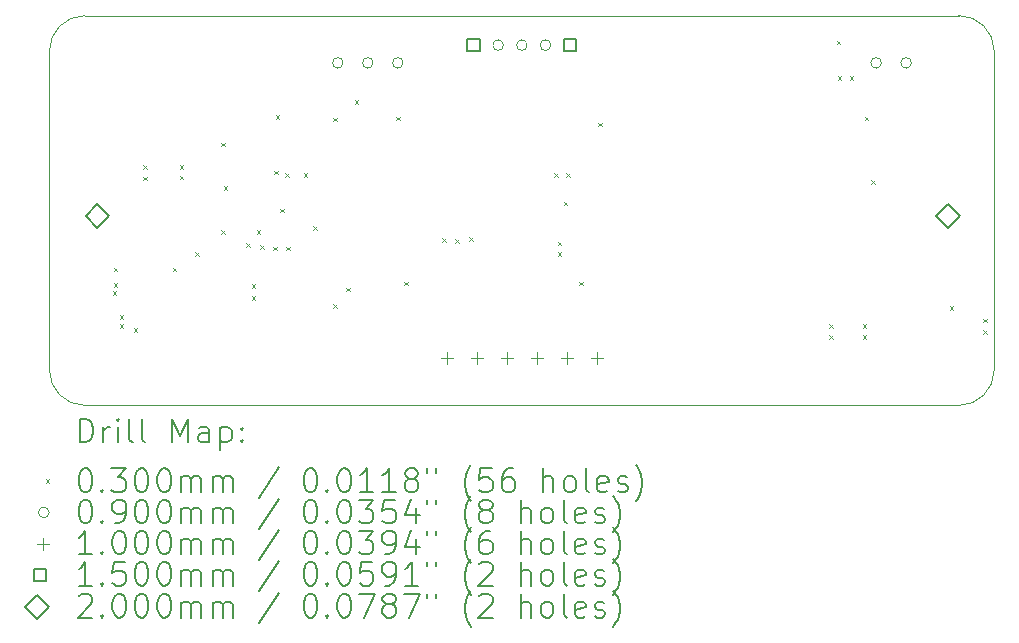
<source format=gbr>
%TF.GenerationSoftware,KiCad,Pcbnew,9.0.6*%
%TF.CreationDate,2026-02-05T22:18:58+05:30*%
%TF.ProjectId,Vitalung_V0.1,56697461-6c75-46e6-975f-56302e312e6b,0.1*%
%TF.SameCoordinates,PX7057c40PY68e7780*%
%TF.FileFunction,Drillmap*%
%TF.FilePolarity,Positive*%
%FSLAX45Y45*%
G04 Gerber Fmt 4.5, Leading zero omitted, Abs format (unit mm)*
G04 Created by KiCad (PCBNEW 9.0.6) date 2026-02-05 22:18:58*
%MOMM*%
%LPD*%
G01*
G04 APERTURE LIST*
%ADD10C,0.050000*%
%ADD11C,0.200000*%
%ADD12C,0.100000*%
%ADD13C,0.150000*%
G04 APERTURE END LIST*
D10*
X0Y300000D02*
X0Y3000000D01*
X7700000Y3300000D02*
G75*
G02*
X8000000Y3000000I0J-300000D01*
G01*
X0Y3000000D02*
G75*
G02*
X300000Y3300000I300000J0D01*
G01*
X8000000Y300000D02*
G75*
G02*
X7700000Y0I-300000J0D01*
G01*
X7700000Y3300000D02*
X300000Y3300000D01*
X8000000Y3000000D02*
X8000000Y300000D01*
X7700000Y0D02*
X300000Y0D01*
X300000Y0D02*
G75*
G02*
X0Y300000I0J300000D01*
G01*
D11*
D12*
X535000Y965000D02*
X565000Y935000D01*
X565000Y965000D02*
X535000Y935000D01*
X545000Y1165000D02*
X575000Y1135000D01*
X575000Y1165000D02*
X545000Y1135000D01*
X545000Y1035000D02*
X575000Y1005000D01*
X575000Y1035000D02*
X545000Y1005000D01*
X595000Y765000D02*
X625000Y735000D01*
X625000Y765000D02*
X595000Y735000D01*
X595000Y685000D02*
X625000Y655000D01*
X625000Y685000D02*
X595000Y655000D01*
X715000Y655000D02*
X745000Y625000D01*
X745000Y655000D02*
X715000Y625000D01*
X795000Y2035000D02*
X825000Y2005000D01*
X825000Y2035000D02*
X795000Y2005000D01*
X795000Y1935000D02*
X825000Y1905000D01*
X825000Y1935000D02*
X795000Y1905000D01*
X1045000Y1165000D02*
X1075000Y1135000D01*
X1075000Y1165000D02*
X1045000Y1135000D01*
X1105000Y2035000D02*
X1135000Y2005000D01*
X1135000Y2035000D02*
X1105000Y2005000D01*
X1105000Y1945000D02*
X1135000Y1915000D01*
X1135000Y1945000D02*
X1105000Y1915000D01*
X1235000Y1295000D02*
X1265000Y1265000D01*
X1265000Y1295000D02*
X1235000Y1265000D01*
X1455000Y2225000D02*
X1485000Y2195000D01*
X1485000Y2225000D02*
X1455000Y2195000D01*
X1455000Y1485000D02*
X1485000Y1455000D01*
X1485000Y1485000D02*
X1455000Y1455000D01*
X1475000Y1855000D02*
X1505000Y1825000D01*
X1505000Y1855000D02*
X1475000Y1825000D01*
X1665000Y1375000D02*
X1695000Y1345000D01*
X1695000Y1375000D02*
X1665000Y1345000D01*
X1715000Y1025000D02*
X1745000Y995000D01*
X1745000Y1025000D02*
X1715000Y995000D01*
X1715000Y925000D02*
X1745000Y895000D01*
X1745000Y925000D02*
X1715000Y895000D01*
X1755000Y1485000D02*
X1785000Y1455000D01*
X1785000Y1485000D02*
X1755000Y1455000D01*
X1785000Y1355000D02*
X1815000Y1325000D01*
X1815000Y1355000D02*
X1785000Y1325000D01*
X1895000Y1345000D02*
X1925000Y1315000D01*
X1925000Y1345000D02*
X1895000Y1315000D01*
X1905000Y1985000D02*
X1935000Y1955000D01*
X1935000Y1985000D02*
X1905000Y1955000D01*
X1915000Y2455000D02*
X1945000Y2425000D01*
X1945000Y2455000D02*
X1915000Y2425000D01*
X1955000Y1665000D02*
X1985000Y1635000D01*
X1985000Y1665000D02*
X1955000Y1635000D01*
X1995000Y1965000D02*
X2025000Y1935000D01*
X2025000Y1965000D02*
X1995000Y1935000D01*
X2005000Y1345000D02*
X2035000Y1315000D01*
X2035000Y1345000D02*
X2005000Y1315000D01*
X2155000Y1965000D02*
X2185000Y1935000D01*
X2185000Y1965000D02*
X2155000Y1935000D01*
X2235000Y1515000D02*
X2265000Y1485000D01*
X2265000Y1515000D02*
X2235000Y1485000D01*
X2405000Y2435000D02*
X2435000Y2405000D01*
X2435000Y2435000D02*
X2405000Y2405000D01*
X2405000Y855000D02*
X2435000Y825000D01*
X2435000Y855000D02*
X2405000Y825000D01*
X2515000Y995000D02*
X2545000Y965000D01*
X2545000Y995000D02*
X2515000Y965000D01*
X2585000Y2584900D02*
X2615000Y2554900D01*
X2615000Y2584900D02*
X2585000Y2554900D01*
X2935000Y2445000D02*
X2965000Y2415000D01*
X2965000Y2445000D02*
X2935000Y2415000D01*
X3005000Y1045000D02*
X3035000Y1015000D01*
X3035000Y1045000D02*
X3005000Y1015000D01*
X3325000Y1415000D02*
X3355000Y1385000D01*
X3355000Y1415000D02*
X3325000Y1385000D01*
X3435000Y1405000D02*
X3465000Y1375000D01*
X3465000Y1405000D02*
X3435000Y1375000D01*
X3555000Y1425000D02*
X3585000Y1395000D01*
X3585000Y1425000D02*
X3555000Y1395000D01*
X4275000Y1965000D02*
X4305000Y1935000D01*
X4305000Y1965000D02*
X4275000Y1935000D01*
X4305000Y1385000D02*
X4335000Y1355000D01*
X4335000Y1385000D02*
X4305000Y1355000D01*
X4305000Y1295000D02*
X4335000Y1265000D01*
X4335000Y1295000D02*
X4305000Y1265000D01*
X4355000Y1725000D02*
X4385000Y1695000D01*
X4385000Y1725000D02*
X4355000Y1695000D01*
X4375000Y1965000D02*
X4405000Y1935000D01*
X4405000Y1965000D02*
X4375000Y1935000D01*
X4485000Y1045000D02*
X4515000Y1015000D01*
X4515000Y1045000D02*
X4485000Y1015000D01*
X4645000Y2395000D02*
X4675000Y2365000D01*
X4675000Y2395000D02*
X4645000Y2365000D01*
X6605000Y685000D02*
X6635000Y655000D01*
X6635000Y685000D02*
X6605000Y655000D01*
X6605000Y595000D02*
X6635000Y565000D01*
X6635000Y595000D02*
X6605000Y565000D01*
X6665000Y3086175D02*
X6695000Y3056175D01*
X6695000Y3086175D02*
X6665000Y3056175D01*
X6675000Y2785000D02*
X6705000Y2755000D01*
X6705000Y2785000D02*
X6675000Y2755000D01*
X6775000Y2785000D02*
X6805000Y2755000D01*
X6805000Y2785000D02*
X6775000Y2755000D01*
X6885000Y685000D02*
X6915000Y655000D01*
X6915000Y685000D02*
X6885000Y655000D01*
X6885000Y595000D02*
X6915000Y565000D01*
X6915000Y595000D02*
X6885000Y565000D01*
X6905000Y2445000D02*
X6935000Y2415000D01*
X6935000Y2445000D02*
X6905000Y2415000D01*
X6956905Y1906905D02*
X6986905Y1876905D01*
X6986905Y1906905D02*
X6956905Y1876905D01*
X7622500Y837500D02*
X7652500Y807500D01*
X7652500Y837500D02*
X7622500Y807500D01*
X7905000Y735000D02*
X7935000Y705000D01*
X7935000Y735000D02*
X7905000Y705000D01*
X7905000Y635000D02*
X7935000Y605000D01*
X7935000Y635000D02*
X7905000Y605000D01*
X2487000Y2900000D02*
G75*
G02*
X2397000Y2900000I-45000J0D01*
G01*
X2397000Y2900000D02*
G75*
G02*
X2487000Y2900000I45000J0D01*
G01*
X2741000Y2900000D02*
G75*
G02*
X2651000Y2900000I-45000J0D01*
G01*
X2651000Y2900000D02*
G75*
G02*
X2741000Y2900000I45000J0D01*
G01*
X2995000Y2900000D02*
G75*
G02*
X2905000Y2900000I-45000J0D01*
G01*
X2905000Y2900000D02*
G75*
G02*
X2995000Y2900000I45000J0D01*
G01*
X3845000Y3050000D02*
G75*
G02*
X3755000Y3050000I-45000J0D01*
G01*
X3755000Y3050000D02*
G75*
G02*
X3845000Y3050000I45000J0D01*
G01*
X4045000Y3050000D02*
G75*
G02*
X3955000Y3050000I-45000J0D01*
G01*
X3955000Y3050000D02*
G75*
G02*
X4045000Y3050000I45000J0D01*
G01*
X4245000Y3050000D02*
G75*
G02*
X4155000Y3050000I-45000J0D01*
G01*
X4155000Y3050000D02*
G75*
G02*
X4245000Y3050000I45000J0D01*
G01*
X7045000Y2900000D02*
G75*
G02*
X6955000Y2900000I-45000J0D01*
G01*
X6955000Y2900000D02*
G75*
G02*
X7045000Y2900000I45000J0D01*
G01*
X7299000Y2900000D02*
G75*
G02*
X7209000Y2900000I-45000J0D01*
G01*
X7209000Y2900000D02*
G75*
G02*
X7299000Y2900000I45000J0D01*
G01*
X3365000Y450000D02*
X3365000Y350000D01*
X3315000Y400000D02*
X3415000Y400000D01*
X3619000Y450000D02*
X3619000Y350000D01*
X3569000Y400000D02*
X3669000Y400000D01*
X3873000Y450000D02*
X3873000Y350000D01*
X3823000Y400000D02*
X3923000Y400000D01*
X4127000Y450000D02*
X4127000Y350000D01*
X4077000Y400000D02*
X4177000Y400000D01*
X4381000Y450000D02*
X4381000Y350000D01*
X4331000Y400000D02*
X4431000Y400000D01*
X4635000Y450000D02*
X4635000Y350000D01*
X4585000Y400000D02*
X4685000Y400000D01*
D13*
X3643033Y2996966D02*
X3643033Y3103033D01*
X3536966Y3103033D01*
X3536966Y2996966D01*
X3643033Y2996966D01*
X4463034Y2996966D02*
X4463034Y3103033D01*
X4356967Y3103033D01*
X4356967Y2996966D01*
X4463034Y2996966D01*
D11*
X407500Y1504000D02*
X507500Y1604000D01*
X407500Y1704000D01*
X307500Y1604000D01*
X407500Y1504000D01*
X7607500Y1504000D02*
X7707500Y1604000D01*
X7607500Y1704000D01*
X7507500Y1604000D01*
X7607500Y1504000D01*
X258277Y-313984D02*
X258277Y-113984D01*
X258277Y-113984D02*
X305896Y-113984D01*
X305896Y-113984D02*
X334467Y-123508D01*
X334467Y-123508D02*
X353515Y-142555D01*
X353515Y-142555D02*
X363039Y-161603D01*
X363039Y-161603D02*
X372562Y-199698D01*
X372562Y-199698D02*
X372562Y-228269D01*
X372562Y-228269D02*
X363039Y-266365D01*
X363039Y-266365D02*
X353515Y-285412D01*
X353515Y-285412D02*
X334467Y-304460D01*
X334467Y-304460D02*
X305896Y-313984D01*
X305896Y-313984D02*
X258277Y-313984D01*
X458277Y-313984D02*
X458277Y-180650D01*
X458277Y-218746D02*
X467801Y-199698D01*
X467801Y-199698D02*
X477324Y-190174D01*
X477324Y-190174D02*
X496372Y-180650D01*
X496372Y-180650D02*
X515420Y-180650D01*
X582086Y-313984D02*
X582086Y-180650D01*
X582086Y-113984D02*
X572563Y-123508D01*
X572563Y-123508D02*
X582086Y-133031D01*
X582086Y-133031D02*
X591610Y-123508D01*
X591610Y-123508D02*
X582086Y-113984D01*
X582086Y-113984D02*
X582086Y-133031D01*
X705896Y-313984D02*
X686848Y-304460D01*
X686848Y-304460D02*
X677324Y-285412D01*
X677324Y-285412D02*
X677324Y-113984D01*
X810658Y-313984D02*
X791610Y-304460D01*
X791610Y-304460D02*
X782086Y-285412D01*
X782086Y-285412D02*
X782086Y-113984D01*
X1039229Y-313984D02*
X1039229Y-113984D01*
X1039229Y-113984D02*
X1105896Y-256841D01*
X1105896Y-256841D02*
X1172563Y-113984D01*
X1172563Y-113984D02*
X1172563Y-313984D01*
X1353515Y-313984D02*
X1353515Y-209222D01*
X1353515Y-209222D02*
X1343991Y-190174D01*
X1343991Y-190174D02*
X1324944Y-180650D01*
X1324944Y-180650D02*
X1286848Y-180650D01*
X1286848Y-180650D02*
X1267801Y-190174D01*
X1353515Y-304460D02*
X1334467Y-313984D01*
X1334467Y-313984D02*
X1286848Y-313984D01*
X1286848Y-313984D02*
X1267801Y-304460D01*
X1267801Y-304460D02*
X1258277Y-285412D01*
X1258277Y-285412D02*
X1258277Y-266365D01*
X1258277Y-266365D02*
X1267801Y-247317D01*
X1267801Y-247317D02*
X1286848Y-237793D01*
X1286848Y-237793D02*
X1334467Y-237793D01*
X1334467Y-237793D02*
X1353515Y-228269D01*
X1448753Y-180650D02*
X1448753Y-380650D01*
X1448753Y-190174D02*
X1467801Y-180650D01*
X1467801Y-180650D02*
X1505896Y-180650D01*
X1505896Y-180650D02*
X1524943Y-190174D01*
X1524943Y-190174D02*
X1534467Y-199698D01*
X1534467Y-199698D02*
X1543991Y-218746D01*
X1543991Y-218746D02*
X1543991Y-275889D01*
X1543991Y-275889D02*
X1534467Y-294936D01*
X1534467Y-294936D02*
X1524943Y-304460D01*
X1524943Y-304460D02*
X1505896Y-313984D01*
X1505896Y-313984D02*
X1467801Y-313984D01*
X1467801Y-313984D02*
X1448753Y-304460D01*
X1629705Y-294936D02*
X1639229Y-304460D01*
X1639229Y-304460D02*
X1629705Y-313984D01*
X1629705Y-313984D02*
X1620182Y-304460D01*
X1620182Y-304460D02*
X1629705Y-294936D01*
X1629705Y-294936D02*
X1629705Y-313984D01*
X1629705Y-190174D02*
X1639229Y-199698D01*
X1639229Y-199698D02*
X1629705Y-209222D01*
X1629705Y-209222D02*
X1620182Y-199698D01*
X1620182Y-199698D02*
X1629705Y-190174D01*
X1629705Y-190174D02*
X1629705Y-209222D01*
D12*
X-32500Y-627500D02*
X-2500Y-657500D01*
X-2500Y-627500D02*
X-32500Y-657500D01*
D11*
X296372Y-533984D02*
X315420Y-533984D01*
X315420Y-533984D02*
X334467Y-543508D01*
X334467Y-543508D02*
X343991Y-553031D01*
X343991Y-553031D02*
X353515Y-572079D01*
X353515Y-572079D02*
X363039Y-610174D01*
X363039Y-610174D02*
X363039Y-657793D01*
X363039Y-657793D02*
X353515Y-695889D01*
X353515Y-695889D02*
X343991Y-714936D01*
X343991Y-714936D02*
X334467Y-724460D01*
X334467Y-724460D02*
X315420Y-733984D01*
X315420Y-733984D02*
X296372Y-733984D01*
X296372Y-733984D02*
X277324Y-724460D01*
X277324Y-724460D02*
X267801Y-714936D01*
X267801Y-714936D02*
X258277Y-695889D01*
X258277Y-695889D02*
X248753Y-657793D01*
X248753Y-657793D02*
X248753Y-610174D01*
X248753Y-610174D02*
X258277Y-572079D01*
X258277Y-572079D02*
X267801Y-553031D01*
X267801Y-553031D02*
X277324Y-543508D01*
X277324Y-543508D02*
X296372Y-533984D01*
X448753Y-714936D02*
X458277Y-724460D01*
X458277Y-724460D02*
X448753Y-733984D01*
X448753Y-733984D02*
X439229Y-724460D01*
X439229Y-724460D02*
X448753Y-714936D01*
X448753Y-714936D02*
X448753Y-733984D01*
X524944Y-533984D02*
X648753Y-533984D01*
X648753Y-533984D02*
X582086Y-610174D01*
X582086Y-610174D02*
X610658Y-610174D01*
X610658Y-610174D02*
X629705Y-619698D01*
X629705Y-619698D02*
X639229Y-629222D01*
X639229Y-629222D02*
X648753Y-648270D01*
X648753Y-648270D02*
X648753Y-695889D01*
X648753Y-695889D02*
X639229Y-714936D01*
X639229Y-714936D02*
X629705Y-724460D01*
X629705Y-724460D02*
X610658Y-733984D01*
X610658Y-733984D02*
X553515Y-733984D01*
X553515Y-733984D02*
X534467Y-724460D01*
X534467Y-724460D02*
X524944Y-714936D01*
X772562Y-533984D02*
X791610Y-533984D01*
X791610Y-533984D02*
X810658Y-543508D01*
X810658Y-543508D02*
X820182Y-553031D01*
X820182Y-553031D02*
X829705Y-572079D01*
X829705Y-572079D02*
X839229Y-610174D01*
X839229Y-610174D02*
X839229Y-657793D01*
X839229Y-657793D02*
X829705Y-695889D01*
X829705Y-695889D02*
X820182Y-714936D01*
X820182Y-714936D02*
X810658Y-724460D01*
X810658Y-724460D02*
X791610Y-733984D01*
X791610Y-733984D02*
X772562Y-733984D01*
X772562Y-733984D02*
X753515Y-724460D01*
X753515Y-724460D02*
X743991Y-714936D01*
X743991Y-714936D02*
X734467Y-695889D01*
X734467Y-695889D02*
X724943Y-657793D01*
X724943Y-657793D02*
X724943Y-610174D01*
X724943Y-610174D02*
X734467Y-572079D01*
X734467Y-572079D02*
X743991Y-553031D01*
X743991Y-553031D02*
X753515Y-543508D01*
X753515Y-543508D02*
X772562Y-533984D01*
X963039Y-533984D02*
X982086Y-533984D01*
X982086Y-533984D02*
X1001134Y-543508D01*
X1001134Y-543508D02*
X1010658Y-553031D01*
X1010658Y-553031D02*
X1020182Y-572079D01*
X1020182Y-572079D02*
X1029705Y-610174D01*
X1029705Y-610174D02*
X1029705Y-657793D01*
X1029705Y-657793D02*
X1020182Y-695889D01*
X1020182Y-695889D02*
X1010658Y-714936D01*
X1010658Y-714936D02*
X1001134Y-724460D01*
X1001134Y-724460D02*
X982086Y-733984D01*
X982086Y-733984D02*
X963039Y-733984D01*
X963039Y-733984D02*
X943991Y-724460D01*
X943991Y-724460D02*
X934467Y-714936D01*
X934467Y-714936D02*
X924943Y-695889D01*
X924943Y-695889D02*
X915420Y-657793D01*
X915420Y-657793D02*
X915420Y-610174D01*
X915420Y-610174D02*
X924943Y-572079D01*
X924943Y-572079D02*
X934467Y-553031D01*
X934467Y-553031D02*
X943991Y-543508D01*
X943991Y-543508D02*
X963039Y-533984D01*
X1115420Y-733984D02*
X1115420Y-600650D01*
X1115420Y-619698D02*
X1124944Y-610174D01*
X1124944Y-610174D02*
X1143991Y-600650D01*
X1143991Y-600650D02*
X1172563Y-600650D01*
X1172563Y-600650D02*
X1191610Y-610174D01*
X1191610Y-610174D02*
X1201134Y-629222D01*
X1201134Y-629222D02*
X1201134Y-733984D01*
X1201134Y-629222D02*
X1210658Y-610174D01*
X1210658Y-610174D02*
X1229705Y-600650D01*
X1229705Y-600650D02*
X1258277Y-600650D01*
X1258277Y-600650D02*
X1277325Y-610174D01*
X1277325Y-610174D02*
X1286848Y-629222D01*
X1286848Y-629222D02*
X1286848Y-733984D01*
X1382086Y-733984D02*
X1382086Y-600650D01*
X1382086Y-619698D02*
X1391610Y-610174D01*
X1391610Y-610174D02*
X1410658Y-600650D01*
X1410658Y-600650D02*
X1439229Y-600650D01*
X1439229Y-600650D02*
X1458277Y-610174D01*
X1458277Y-610174D02*
X1467801Y-629222D01*
X1467801Y-629222D02*
X1467801Y-733984D01*
X1467801Y-629222D02*
X1477324Y-610174D01*
X1477324Y-610174D02*
X1496372Y-600650D01*
X1496372Y-600650D02*
X1524943Y-600650D01*
X1524943Y-600650D02*
X1543991Y-610174D01*
X1543991Y-610174D02*
X1553515Y-629222D01*
X1553515Y-629222D02*
X1553515Y-733984D01*
X1943991Y-524460D02*
X1772563Y-781603D01*
X2201134Y-533984D02*
X2220182Y-533984D01*
X2220182Y-533984D02*
X2239229Y-543508D01*
X2239229Y-543508D02*
X2248753Y-553031D01*
X2248753Y-553031D02*
X2258277Y-572079D01*
X2258277Y-572079D02*
X2267801Y-610174D01*
X2267801Y-610174D02*
X2267801Y-657793D01*
X2267801Y-657793D02*
X2258277Y-695889D01*
X2258277Y-695889D02*
X2248753Y-714936D01*
X2248753Y-714936D02*
X2239229Y-724460D01*
X2239229Y-724460D02*
X2220182Y-733984D01*
X2220182Y-733984D02*
X2201134Y-733984D01*
X2201134Y-733984D02*
X2182087Y-724460D01*
X2182087Y-724460D02*
X2172563Y-714936D01*
X2172563Y-714936D02*
X2163039Y-695889D01*
X2163039Y-695889D02*
X2153515Y-657793D01*
X2153515Y-657793D02*
X2153515Y-610174D01*
X2153515Y-610174D02*
X2163039Y-572079D01*
X2163039Y-572079D02*
X2172563Y-553031D01*
X2172563Y-553031D02*
X2182087Y-543508D01*
X2182087Y-543508D02*
X2201134Y-533984D01*
X2353515Y-714936D02*
X2363039Y-724460D01*
X2363039Y-724460D02*
X2353515Y-733984D01*
X2353515Y-733984D02*
X2343991Y-724460D01*
X2343991Y-724460D02*
X2353515Y-714936D01*
X2353515Y-714936D02*
X2353515Y-733984D01*
X2486848Y-533984D02*
X2505896Y-533984D01*
X2505896Y-533984D02*
X2524944Y-543508D01*
X2524944Y-543508D02*
X2534468Y-553031D01*
X2534468Y-553031D02*
X2543991Y-572079D01*
X2543991Y-572079D02*
X2553515Y-610174D01*
X2553515Y-610174D02*
X2553515Y-657793D01*
X2553515Y-657793D02*
X2543991Y-695889D01*
X2543991Y-695889D02*
X2534468Y-714936D01*
X2534468Y-714936D02*
X2524944Y-724460D01*
X2524944Y-724460D02*
X2505896Y-733984D01*
X2505896Y-733984D02*
X2486848Y-733984D01*
X2486848Y-733984D02*
X2467801Y-724460D01*
X2467801Y-724460D02*
X2458277Y-714936D01*
X2458277Y-714936D02*
X2448753Y-695889D01*
X2448753Y-695889D02*
X2439229Y-657793D01*
X2439229Y-657793D02*
X2439229Y-610174D01*
X2439229Y-610174D02*
X2448753Y-572079D01*
X2448753Y-572079D02*
X2458277Y-553031D01*
X2458277Y-553031D02*
X2467801Y-543508D01*
X2467801Y-543508D02*
X2486848Y-533984D01*
X2743991Y-733984D02*
X2629706Y-733984D01*
X2686848Y-733984D02*
X2686848Y-533984D01*
X2686848Y-533984D02*
X2667801Y-562555D01*
X2667801Y-562555D02*
X2648753Y-581603D01*
X2648753Y-581603D02*
X2629706Y-591127D01*
X2934467Y-733984D02*
X2820182Y-733984D01*
X2877325Y-733984D02*
X2877325Y-533984D01*
X2877325Y-533984D02*
X2858277Y-562555D01*
X2858277Y-562555D02*
X2839229Y-581603D01*
X2839229Y-581603D02*
X2820182Y-591127D01*
X3048753Y-619698D02*
X3029706Y-610174D01*
X3029706Y-610174D02*
X3020182Y-600650D01*
X3020182Y-600650D02*
X3010658Y-581603D01*
X3010658Y-581603D02*
X3010658Y-572079D01*
X3010658Y-572079D02*
X3020182Y-553031D01*
X3020182Y-553031D02*
X3029706Y-543508D01*
X3029706Y-543508D02*
X3048753Y-533984D01*
X3048753Y-533984D02*
X3086848Y-533984D01*
X3086848Y-533984D02*
X3105896Y-543508D01*
X3105896Y-543508D02*
X3115420Y-553031D01*
X3115420Y-553031D02*
X3124944Y-572079D01*
X3124944Y-572079D02*
X3124944Y-581603D01*
X3124944Y-581603D02*
X3115420Y-600650D01*
X3115420Y-600650D02*
X3105896Y-610174D01*
X3105896Y-610174D02*
X3086848Y-619698D01*
X3086848Y-619698D02*
X3048753Y-619698D01*
X3048753Y-619698D02*
X3029706Y-629222D01*
X3029706Y-629222D02*
X3020182Y-638746D01*
X3020182Y-638746D02*
X3010658Y-657793D01*
X3010658Y-657793D02*
X3010658Y-695889D01*
X3010658Y-695889D02*
X3020182Y-714936D01*
X3020182Y-714936D02*
X3029706Y-724460D01*
X3029706Y-724460D02*
X3048753Y-733984D01*
X3048753Y-733984D02*
X3086848Y-733984D01*
X3086848Y-733984D02*
X3105896Y-724460D01*
X3105896Y-724460D02*
X3115420Y-714936D01*
X3115420Y-714936D02*
X3124944Y-695889D01*
X3124944Y-695889D02*
X3124944Y-657793D01*
X3124944Y-657793D02*
X3115420Y-638746D01*
X3115420Y-638746D02*
X3105896Y-629222D01*
X3105896Y-629222D02*
X3086848Y-619698D01*
X3201134Y-533984D02*
X3201134Y-572079D01*
X3277325Y-533984D02*
X3277325Y-572079D01*
X3572563Y-810174D02*
X3563039Y-800650D01*
X3563039Y-800650D02*
X3543991Y-772079D01*
X3543991Y-772079D02*
X3534468Y-753031D01*
X3534468Y-753031D02*
X3524944Y-724460D01*
X3524944Y-724460D02*
X3515420Y-676841D01*
X3515420Y-676841D02*
X3515420Y-638746D01*
X3515420Y-638746D02*
X3524944Y-591127D01*
X3524944Y-591127D02*
X3534468Y-562555D01*
X3534468Y-562555D02*
X3543991Y-543508D01*
X3543991Y-543508D02*
X3563039Y-514936D01*
X3563039Y-514936D02*
X3572563Y-505412D01*
X3743991Y-533984D02*
X3648753Y-533984D01*
X3648753Y-533984D02*
X3639229Y-629222D01*
X3639229Y-629222D02*
X3648753Y-619698D01*
X3648753Y-619698D02*
X3667801Y-610174D01*
X3667801Y-610174D02*
X3715420Y-610174D01*
X3715420Y-610174D02*
X3734468Y-619698D01*
X3734468Y-619698D02*
X3743991Y-629222D01*
X3743991Y-629222D02*
X3753515Y-648270D01*
X3753515Y-648270D02*
X3753515Y-695889D01*
X3753515Y-695889D02*
X3743991Y-714936D01*
X3743991Y-714936D02*
X3734468Y-724460D01*
X3734468Y-724460D02*
X3715420Y-733984D01*
X3715420Y-733984D02*
X3667801Y-733984D01*
X3667801Y-733984D02*
X3648753Y-724460D01*
X3648753Y-724460D02*
X3639229Y-714936D01*
X3924944Y-533984D02*
X3886848Y-533984D01*
X3886848Y-533984D02*
X3867801Y-543508D01*
X3867801Y-543508D02*
X3858277Y-553031D01*
X3858277Y-553031D02*
X3839229Y-581603D01*
X3839229Y-581603D02*
X3829706Y-619698D01*
X3829706Y-619698D02*
X3829706Y-695889D01*
X3829706Y-695889D02*
X3839229Y-714936D01*
X3839229Y-714936D02*
X3848753Y-724460D01*
X3848753Y-724460D02*
X3867801Y-733984D01*
X3867801Y-733984D02*
X3905896Y-733984D01*
X3905896Y-733984D02*
X3924944Y-724460D01*
X3924944Y-724460D02*
X3934468Y-714936D01*
X3934468Y-714936D02*
X3943991Y-695889D01*
X3943991Y-695889D02*
X3943991Y-648270D01*
X3943991Y-648270D02*
X3934468Y-629222D01*
X3934468Y-629222D02*
X3924944Y-619698D01*
X3924944Y-619698D02*
X3905896Y-610174D01*
X3905896Y-610174D02*
X3867801Y-610174D01*
X3867801Y-610174D02*
X3848753Y-619698D01*
X3848753Y-619698D02*
X3839229Y-629222D01*
X3839229Y-629222D02*
X3829706Y-648270D01*
X4182087Y-733984D02*
X4182087Y-533984D01*
X4267801Y-733984D02*
X4267801Y-629222D01*
X4267801Y-629222D02*
X4258277Y-610174D01*
X4258277Y-610174D02*
X4239230Y-600650D01*
X4239230Y-600650D02*
X4210658Y-600650D01*
X4210658Y-600650D02*
X4191610Y-610174D01*
X4191610Y-610174D02*
X4182087Y-619698D01*
X4391611Y-733984D02*
X4372563Y-724460D01*
X4372563Y-724460D02*
X4363039Y-714936D01*
X4363039Y-714936D02*
X4353515Y-695889D01*
X4353515Y-695889D02*
X4353515Y-638746D01*
X4353515Y-638746D02*
X4363039Y-619698D01*
X4363039Y-619698D02*
X4372563Y-610174D01*
X4372563Y-610174D02*
X4391611Y-600650D01*
X4391611Y-600650D02*
X4420182Y-600650D01*
X4420182Y-600650D02*
X4439230Y-610174D01*
X4439230Y-610174D02*
X4448753Y-619698D01*
X4448753Y-619698D02*
X4458277Y-638746D01*
X4458277Y-638746D02*
X4458277Y-695889D01*
X4458277Y-695889D02*
X4448753Y-714936D01*
X4448753Y-714936D02*
X4439230Y-724460D01*
X4439230Y-724460D02*
X4420182Y-733984D01*
X4420182Y-733984D02*
X4391611Y-733984D01*
X4572563Y-733984D02*
X4553515Y-724460D01*
X4553515Y-724460D02*
X4543992Y-705412D01*
X4543992Y-705412D02*
X4543992Y-533984D01*
X4724944Y-724460D02*
X4705896Y-733984D01*
X4705896Y-733984D02*
X4667801Y-733984D01*
X4667801Y-733984D02*
X4648753Y-724460D01*
X4648753Y-724460D02*
X4639230Y-705412D01*
X4639230Y-705412D02*
X4639230Y-629222D01*
X4639230Y-629222D02*
X4648753Y-610174D01*
X4648753Y-610174D02*
X4667801Y-600650D01*
X4667801Y-600650D02*
X4705896Y-600650D01*
X4705896Y-600650D02*
X4724944Y-610174D01*
X4724944Y-610174D02*
X4734468Y-629222D01*
X4734468Y-629222D02*
X4734468Y-648270D01*
X4734468Y-648270D02*
X4639230Y-667317D01*
X4810658Y-724460D02*
X4829706Y-733984D01*
X4829706Y-733984D02*
X4867801Y-733984D01*
X4867801Y-733984D02*
X4886849Y-724460D01*
X4886849Y-724460D02*
X4896373Y-705412D01*
X4896373Y-705412D02*
X4896373Y-695889D01*
X4896373Y-695889D02*
X4886849Y-676841D01*
X4886849Y-676841D02*
X4867801Y-667317D01*
X4867801Y-667317D02*
X4839230Y-667317D01*
X4839230Y-667317D02*
X4820182Y-657793D01*
X4820182Y-657793D02*
X4810658Y-638746D01*
X4810658Y-638746D02*
X4810658Y-629222D01*
X4810658Y-629222D02*
X4820182Y-610174D01*
X4820182Y-610174D02*
X4839230Y-600650D01*
X4839230Y-600650D02*
X4867801Y-600650D01*
X4867801Y-600650D02*
X4886849Y-610174D01*
X4963039Y-810174D02*
X4972563Y-800650D01*
X4972563Y-800650D02*
X4991611Y-772079D01*
X4991611Y-772079D02*
X5001134Y-753031D01*
X5001134Y-753031D02*
X5010658Y-724460D01*
X5010658Y-724460D02*
X5020182Y-676841D01*
X5020182Y-676841D02*
X5020182Y-638746D01*
X5020182Y-638746D02*
X5010658Y-591127D01*
X5010658Y-591127D02*
X5001134Y-562555D01*
X5001134Y-562555D02*
X4991611Y-543508D01*
X4991611Y-543508D02*
X4972563Y-514936D01*
X4972563Y-514936D02*
X4963039Y-505412D01*
D12*
X-2500Y-906500D02*
G75*
G02*
X-92500Y-906500I-45000J0D01*
G01*
X-92500Y-906500D02*
G75*
G02*
X-2500Y-906500I45000J0D01*
G01*
D11*
X296372Y-797984D02*
X315420Y-797984D01*
X315420Y-797984D02*
X334467Y-807508D01*
X334467Y-807508D02*
X343991Y-817031D01*
X343991Y-817031D02*
X353515Y-836079D01*
X353515Y-836079D02*
X363039Y-874174D01*
X363039Y-874174D02*
X363039Y-921793D01*
X363039Y-921793D02*
X353515Y-959888D01*
X353515Y-959888D02*
X343991Y-978936D01*
X343991Y-978936D02*
X334467Y-988460D01*
X334467Y-988460D02*
X315420Y-997984D01*
X315420Y-997984D02*
X296372Y-997984D01*
X296372Y-997984D02*
X277324Y-988460D01*
X277324Y-988460D02*
X267801Y-978936D01*
X267801Y-978936D02*
X258277Y-959888D01*
X258277Y-959888D02*
X248753Y-921793D01*
X248753Y-921793D02*
X248753Y-874174D01*
X248753Y-874174D02*
X258277Y-836079D01*
X258277Y-836079D02*
X267801Y-817031D01*
X267801Y-817031D02*
X277324Y-807508D01*
X277324Y-807508D02*
X296372Y-797984D01*
X448753Y-978936D02*
X458277Y-988460D01*
X458277Y-988460D02*
X448753Y-997984D01*
X448753Y-997984D02*
X439229Y-988460D01*
X439229Y-988460D02*
X448753Y-978936D01*
X448753Y-978936D02*
X448753Y-997984D01*
X553515Y-997984D02*
X591610Y-997984D01*
X591610Y-997984D02*
X610658Y-988460D01*
X610658Y-988460D02*
X620182Y-978936D01*
X620182Y-978936D02*
X639229Y-950365D01*
X639229Y-950365D02*
X648753Y-912269D01*
X648753Y-912269D02*
X648753Y-836079D01*
X648753Y-836079D02*
X639229Y-817031D01*
X639229Y-817031D02*
X629705Y-807508D01*
X629705Y-807508D02*
X610658Y-797984D01*
X610658Y-797984D02*
X572563Y-797984D01*
X572563Y-797984D02*
X553515Y-807508D01*
X553515Y-807508D02*
X543991Y-817031D01*
X543991Y-817031D02*
X534467Y-836079D01*
X534467Y-836079D02*
X534467Y-883698D01*
X534467Y-883698D02*
X543991Y-902746D01*
X543991Y-902746D02*
X553515Y-912269D01*
X553515Y-912269D02*
X572563Y-921793D01*
X572563Y-921793D02*
X610658Y-921793D01*
X610658Y-921793D02*
X629705Y-912269D01*
X629705Y-912269D02*
X639229Y-902746D01*
X639229Y-902746D02*
X648753Y-883698D01*
X772562Y-797984D02*
X791610Y-797984D01*
X791610Y-797984D02*
X810658Y-807508D01*
X810658Y-807508D02*
X820182Y-817031D01*
X820182Y-817031D02*
X829705Y-836079D01*
X829705Y-836079D02*
X839229Y-874174D01*
X839229Y-874174D02*
X839229Y-921793D01*
X839229Y-921793D02*
X829705Y-959888D01*
X829705Y-959888D02*
X820182Y-978936D01*
X820182Y-978936D02*
X810658Y-988460D01*
X810658Y-988460D02*
X791610Y-997984D01*
X791610Y-997984D02*
X772562Y-997984D01*
X772562Y-997984D02*
X753515Y-988460D01*
X753515Y-988460D02*
X743991Y-978936D01*
X743991Y-978936D02*
X734467Y-959888D01*
X734467Y-959888D02*
X724943Y-921793D01*
X724943Y-921793D02*
X724943Y-874174D01*
X724943Y-874174D02*
X734467Y-836079D01*
X734467Y-836079D02*
X743991Y-817031D01*
X743991Y-817031D02*
X753515Y-807508D01*
X753515Y-807508D02*
X772562Y-797984D01*
X963039Y-797984D02*
X982086Y-797984D01*
X982086Y-797984D02*
X1001134Y-807508D01*
X1001134Y-807508D02*
X1010658Y-817031D01*
X1010658Y-817031D02*
X1020182Y-836079D01*
X1020182Y-836079D02*
X1029705Y-874174D01*
X1029705Y-874174D02*
X1029705Y-921793D01*
X1029705Y-921793D02*
X1020182Y-959888D01*
X1020182Y-959888D02*
X1010658Y-978936D01*
X1010658Y-978936D02*
X1001134Y-988460D01*
X1001134Y-988460D02*
X982086Y-997984D01*
X982086Y-997984D02*
X963039Y-997984D01*
X963039Y-997984D02*
X943991Y-988460D01*
X943991Y-988460D02*
X934467Y-978936D01*
X934467Y-978936D02*
X924943Y-959888D01*
X924943Y-959888D02*
X915420Y-921793D01*
X915420Y-921793D02*
X915420Y-874174D01*
X915420Y-874174D02*
X924943Y-836079D01*
X924943Y-836079D02*
X934467Y-817031D01*
X934467Y-817031D02*
X943991Y-807508D01*
X943991Y-807508D02*
X963039Y-797984D01*
X1115420Y-997984D02*
X1115420Y-864650D01*
X1115420Y-883698D02*
X1124944Y-874174D01*
X1124944Y-874174D02*
X1143991Y-864650D01*
X1143991Y-864650D02*
X1172563Y-864650D01*
X1172563Y-864650D02*
X1191610Y-874174D01*
X1191610Y-874174D02*
X1201134Y-893222D01*
X1201134Y-893222D02*
X1201134Y-997984D01*
X1201134Y-893222D02*
X1210658Y-874174D01*
X1210658Y-874174D02*
X1229705Y-864650D01*
X1229705Y-864650D02*
X1258277Y-864650D01*
X1258277Y-864650D02*
X1277325Y-874174D01*
X1277325Y-874174D02*
X1286848Y-893222D01*
X1286848Y-893222D02*
X1286848Y-997984D01*
X1382086Y-997984D02*
X1382086Y-864650D01*
X1382086Y-883698D02*
X1391610Y-874174D01*
X1391610Y-874174D02*
X1410658Y-864650D01*
X1410658Y-864650D02*
X1439229Y-864650D01*
X1439229Y-864650D02*
X1458277Y-874174D01*
X1458277Y-874174D02*
X1467801Y-893222D01*
X1467801Y-893222D02*
X1467801Y-997984D01*
X1467801Y-893222D02*
X1477324Y-874174D01*
X1477324Y-874174D02*
X1496372Y-864650D01*
X1496372Y-864650D02*
X1524943Y-864650D01*
X1524943Y-864650D02*
X1543991Y-874174D01*
X1543991Y-874174D02*
X1553515Y-893222D01*
X1553515Y-893222D02*
X1553515Y-997984D01*
X1943991Y-788460D02*
X1772563Y-1045603D01*
X2201134Y-797984D02*
X2220182Y-797984D01*
X2220182Y-797984D02*
X2239229Y-807508D01*
X2239229Y-807508D02*
X2248753Y-817031D01*
X2248753Y-817031D02*
X2258277Y-836079D01*
X2258277Y-836079D02*
X2267801Y-874174D01*
X2267801Y-874174D02*
X2267801Y-921793D01*
X2267801Y-921793D02*
X2258277Y-959888D01*
X2258277Y-959888D02*
X2248753Y-978936D01*
X2248753Y-978936D02*
X2239229Y-988460D01*
X2239229Y-988460D02*
X2220182Y-997984D01*
X2220182Y-997984D02*
X2201134Y-997984D01*
X2201134Y-997984D02*
X2182087Y-988460D01*
X2182087Y-988460D02*
X2172563Y-978936D01*
X2172563Y-978936D02*
X2163039Y-959888D01*
X2163039Y-959888D02*
X2153515Y-921793D01*
X2153515Y-921793D02*
X2153515Y-874174D01*
X2153515Y-874174D02*
X2163039Y-836079D01*
X2163039Y-836079D02*
X2172563Y-817031D01*
X2172563Y-817031D02*
X2182087Y-807508D01*
X2182087Y-807508D02*
X2201134Y-797984D01*
X2353515Y-978936D02*
X2363039Y-988460D01*
X2363039Y-988460D02*
X2353515Y-997984D01*
X2353515Y-997984D02*
X2343991Y-988460D01*
X2343991Y-988460D02*
X2353515Y-978936D01*
X2353515Y-978936D02*
X2353515Y-997984D01*
X2486848Y-797984D02*
X2505896Y-797984D01*
X2505896Y-797984D02*
X2524944Y-807508D01*
X2524944Y-807508D02*
X2534468Y-817031D01*
X2534468Y-817031D02*
X2543991Y-836079D01*
X2543991Y-836079D02*
X2553515Y-874174D01*
X2553515Y-874174D02*
X2553515Y-921793D01*
X2553515Y-921793D02*
X2543991Y-959888D01*
X2543991Y-959888D02*
X2534468Y-978936D01*
X2534468Y-978936D02*
X2524944Y-988460D01*
X2524944Y-988460D02*
X2505896Y-997984D01*
X2505896Y-997984D02*
X2486848Y-997984D01*
X2486848Y-997984D02*
X2467801Y-988460D01*
X2467801Y-988460D02*
X2458277Y-978936D01*
X2458277Y-978936D02*
X2448753Y-959888D01*
X2448753Y-959888D02*
X2439229Y-921793D01*
X2439229Y-921793D02*
X2439229Y-874174D01*
X2439229Y-874174D02*
X2448753Y-836079D01*
X2448753Y-836079D02*
X2458277Y-817031D01*
X2458277Y-817031D02*
X2467801Y-807508D01*
X2467801Y-807508D02*
X2486848Y-797984D01*
X2620182Y-797984D02*
X2743991Y-797984D01*
X2743991Y-797984D02*
X2677325Y-874174D01*
X2677325Y-874174D02*
X2705896Y-874174D01*
X2705896Y-874174D02*
X2724944Y-883698D01*
X2724944Y-883698D02*
X2734468Y-893222D01*
X2734468Y-893222D02*
X2743991Y-912269D01*
X2743991Y-912269D02*
X2743991Y-959888D01*
X2743991Y-959888D02*
X2734468Y-978936D01*
X2734468Y-978936D02*
X2724944Y-988460D01*
X2724944Y-988460D02*
X2705896Y-997984D01*
X2705896Y-997984D02*
X2648753Y-997984D01*
X2648753Y-997984D02*
X2629706Y-988460D01*
X2629706Y-988460D02*
X2620182Y-978936D01*
X2924944Y-797984D02*
X2829706Y-797984D01*
X2829706Y-797984D02*
X2820182Y-893222D01*
X2820182Y-893222D02*
X2829706Y-883698D01*
X2829706Y-883698D02*
X2848753Y-874174D01*
X2848753Y-874174D02*
X2896372Y-874174D01*
X2896372Y-874174D02*
X2915420Y-883698D01*
X2915420Y-883698D02*
X2924944Y-893222D01*
X2924944Y-893222D02*
X2934467Y-912269D01*
X2934467Y-912269D02*
X2934467Y-959888D01*
X2934467Y-959888D02*
X2924944Y-978936D01*
X2924944Y-978936D02*
X2915420Y-988460D01*
X2915420Y-988460D02*
X2896372Y-997984D01*
X2896372Y-997984D02*
X2848753Y-997984D01*
X2848753Y-997984D02*
X2829706Y-988460D01*
X2829706Y-988460D02*
X2820182Y-978936D01*
X3105896Y-864650D02*
X3105896Y-997984D01*
X3058277Y-788460D02*
X3010658Y-931317D01*
X3010658Y-931317D02*
X3134467Y-931317D01*
X3201134Y-797984D02*
X3201134Y-836079D01*
X3277325Y-797984D02*
X3277325Y-836079D01*
X3572563Y-1074174D02*
X3563039Y-1064650D01*
X3563039Y-1064650D02*
X3543991Y-1036079D01*
X3543991Y-1036079D02*
X3534468Y-1017031D01*
X3534468Y-1017031D02*
X3524944Y-988460D01*
X3524944Y-988460D02*
X3515420Y-940841D01*
X3515420Y-940841D02*
X3515420Y-902746D01*
X3515420Y-902746D02*
X3524944Y-855127D01*
X3524944Y-855127D02*
X3534468Y-826555D01*
X3534468Y-826555D02*
X3543991Y-807508D01*
X3543991Y-807508D02*
X3563039Y-778936D01*
X3563039Y-778936D02*
X3572563Y-769412D01*
X3677325Y-883698D02*
X3658277Y-874174D01*
X3658277Y-874174D02*
X3648753Y-864650D01*
X3648753Y-864650D02*
X3639229Y-845603D01*
X3639229Y-845603D02*
X3639229Y-836079D01*
X3639229Y-836079D02*
X3648753Y-817031D01*
X3648753Y-817031D02*
X3658277Y-807508D01*
X3658277Y-807508D02*
X3677325Y-797984D01*
X3677325Y-797984D02*
X3715420Y-797984D01*
X3715420Y-797984D02*
X3734468Y-807508D01*
X3734468Y-807508D02*
X3743991Y-817031D01*
X3743991Y-817031D02*
X3753515Y-836079D01*
X3753515Y-836079D02*
X3753515Y-845603D01*
X3753515Y-845603D02*
X3743991Y-864650D01*
X3743991Y-864650D02*
X3734468Y-874174D01*
X3734468Y-874174D02*
X3715420Y-883698D01*
X3715420Y-883698D02*
X3677325Y-883698D01*
X3677325Y-883698D02*
X3658277Y-893222D01*
X3658277Y-893222D02*
X3648753Y-902746D01*
X3648753Y-902746D02*
X3639229Y-921793D01*
X3639229Y-921793D02*
X3639229Y-959888D01*
X3639229Y-959888D02*
X3648753Y-978936D01*
X3648753Y-978936D02*
X3658277Y-988460D01*
X3658277Y-988460D02*
X3677325Y-997984D01*
X3677325Y-997984D02*
X3715420Y-997984D01*
X3715420Y-997984D02*
X3734468Y-988460D01*
X3734468Y-988460D02*
X3743991Y-978936D01*
X3743991Y-978936D02*
X3753515Y-959888D01*
X3753515Y-959888D02*
X3753515Y-921793D01*
X3753515Y-921793D02*
X3743991Y-902746D01*
X3743991Y-902746D02*
X3734468Y-893222D01*
X3734468Y-893222D02*
X3715420Y-883698D01*
X3991610Y-997984D02*
X3991610Y-797984D01*
X4077325Y-997984D02*
X4077325Y-893222D01*
X4077325Y-893222D02*
X4067801Y-874174D01*
X4067801Y-874174D02*
X4048753Y-864650D01*
X4048753Y-864650D02*
X4020182Y-864650D01*
X4020182Y-864650D02*
X4001134Y-874174D01*
X4001134Y-874174D02*
X3991610Y-883698D01*
X4201134Y-997984D02*
X4182087Y-988460D01*
X4182087Y-988460D02*
X4172563Y-978936D01*
X4172563Y-978936D02*
X4163039Y-959888D01*
X4163039Y-959888D02*
X4163039Y-902746D01*
X4163039Y-902746D02*
X4172563Y-883698D01*
X4172563Y-883698D02*
X4182087Y-874174D01*
X4182087Y-874174D02*
X4201134Y-864650D01*
X4201134Y-864650D02*
X4229706Y-864650D01*
X4229706Y-864650D02*
X4248753Y-874174D01*
X4248753Y-874174D02*
X4258277Y-883698D01*
X4258277Y-883698D02*
X4267801Y-902746D01*
X4267801Y-902746D02*
X4267801Y-959888D01*
X4267801Y-959888D02*
X4258277Y-978936D01*
X4258277Y-978936D02*
X4248753Y-988460D01*
X4248753Y-988460D02*
X4229706Y-997984D01*
X4229706Y-997984D02*
X4201134Y-997984D01*
X4382087Y-997984D02*
X4363039Y-988460D01*
X4363039Y-988460D02*
X4353515Y-969412D01*
X4353515Y-969412D02*
X4353515Y-797984D01*
X4534468Y-988460D02*
X4515420Y-997984D01*
X4515420Y-997984D02*
X4477325Y-997984D01*
X4477325Y-997984D02*
X4458277Y-988460D01*
X4458277Y-988460D02*
X4448753Y-969412D01*
X4448753Y-969412D02*
X4448753Y-893222D01*
X4448753Y-893222D02*
X4458277Y-874174D01*
X4458277Y-874174D02*
X4477325Y-864650D01*
X4477325Y-864650D02*
X4515420Y-864650D01*
X4515420Y-864650D02*
X4534468Y-874174D01*
X4534468Y-874174D02*
X4543992Y-893222D01*
X4543992Y-893222D02*
X4543992Y-912269D01*
X4543992Y-912269D02*
X4448753Y-931317D01*
X4620182Y-988460D02*
X4639230Y-997984D01*
X4639230Y-997984D02*
X4677325Y-997984D01*
X4677325Y-997984D02*
X4696373Y-988460D01*
X4696373Y-988460D02*
X4705896Y-969412D01*
X4705896Y-969412D02*
X4705896Y-959888D01*
X4705896Y-959888D02*
X4696373Y-940841D01*
X4696373Y-940841D02*
X4677325Y-931317D01*
X4677325Y-931317D02*
X4648753Y-931317D01*
X4648753Y-931317D02*
X4629706Y-921793D01*
X4629706Y-921793D02*
X4620182Y-902746D01*
X4620182Y-902746D02*
X4620182Y-893222D01*
X4620182Y-893222D02*
X4629706Y-874174D01*
X4629706Y-874174D02*
X4648753Y-864650D01*
X4648753Y-864650D02*
X4677325Y-864650D01*
X4677325Y-864650D02*
X4696373Y-874174D01*
X4772563Y-1074174D02*
X4782087Y-1064650D01*
X4782087Y-1064650D02*
X4801134Y-1036079D01*
X4801134Y-1036079D02*
X4810658Y-1017031D01*
X4810658Y-1017031D02*
X4820182Y-988460D01*
X4820182Y-988460D02*
X4829706Y-940841D01*
X4829706Y-940841D02*
X4829706Y-902746D01*
X4829706Y-902746D02*
X4820182Y-855127D01*
X4820182Y-855127D02*
X4810658Y-826555D01*
X4810658Y-826555D02*
X4801134Y-807508D01*
X4801134Y-807508D02*
X4782087Y-778936D01*
X4782087Y-778936D02*
X4772563Y-769412D01*
D12*
X-52500Y-1120500D02*
X-52500Y-1220500D01*
X-102500Y-1170500D02*
X-2500Y-1170500D01*
D11*
X363039Y-1261984D02*
X248753Y-1261984D01*
X305896Y-1261984D02*
X305896Y-1061984D01*
X305896Y-1061984D02*
X286848Y-1090555D01*
X286848Y-1090555D02*
X267801Y-1109603D01*
X267801Y-1109603D02*
X248753Y-1119127D01*
X448753Y-1242936D02*
X458277Y-1252460D01*
X458277Y-1252460D02*
X448753Y-1261984D01*
X448753Y-1261984D02*
X439229Y-1252460D01*
X439229Y-1252460D02*
X448753Y-1242936D01*
X448753Y-1242936D02*
X448753Y-1261984D01*
X582086Y-1061984D02*
X601134Y-1061984D01*
X601134Y-1061984D02*
X620182Y-1071508D01*
X620182Y-1071508D02*
X629705Y-1081031D01*
X629705Y-1081031D02*
X639229Y-1100079D01*
X639229Y-1100079D02*
X648753Y-1138174D01*
X648753Y-1138174D02*
X648753Y-1185793D01*
X648753Y-1185793D02*
X639229Y-1223889D01*
X639229Y-1223889D02*
X629705Y-1242936D01*
X629705Y-1242936D02*
X620182Y-1252460D01*
X620182Y-1252460D02*
X601134Y-1261984D01*
X601134Y-1261984D02*
X582086Y-1261984D01*
X582086Y-1261984D02*
X563039Y-1252460D01*
X563039Y-1252460D02*
X553515Y-1242936D01*
X553515Y-1242936D02*
X543991Y-1223889D01*
X543991Y-1223889D02*
X534467Y-1185793D01*
X534467Y-1185793D02*
X534467Y-1138174D01*
X534467Y-1138174D02*
X543991Y-1100079D01*
X543991Y-1100079D02*
X553515Y-1081031D01*
X553515Y-1081031D02*
X563039Y-1071508D01*
X563039Y-1071508D02*
X582086Y-1061984D01*
X772562Y-1061984D02*
X791610Y-1061984D01*
X791610Y-1061984D02*
X810658Y-1071508D01*
X810658Y-1071508D02*
X820182Y-1081031D01*
X820182Y-1081031D02*
X829705Y-1100079D01*
X829705Y-1100079D02*
X839229Y-1138174D01*
X839229Y-1138174D02*
X839229Y-1185793D01*
X839229Y-1185793D02*
X829705Y-1223889D01*
X829705Y-1223889D02*
X820182Y-1242936D01*
X820182Y-1242936D02*
X810658Y-1252460D01*
X810658Y-1252460D02*
X791610Y-1261984D01*
X791610Y-1261984D02*
X772562Y-1261984D01*
X772562Y-1261984D02*
X753515Y-1252460D01*
X753515Y-1252460D02*
X743991Y-1242936D01*
X743991Y-1242936D02*
X734467Y-1223889D01*
X734467Y-1223889D02*
X724943Y-1185793D01*
X724943Y-1185793D02*
X724943Y-1138174D01*
X724943Y-1138174D02*
X734467Y-1100079D01*
X734467Y-1100079D02*
X743991Y-1081031D01*
X743991Y-1081031D02*
X753515Y-1071508D01*
X753515Y-1071508D02*
X772562Y-1061984D01*
X963039Y-1061984D02*
X982086Y-1061984D01*
X982086Y-1061984D02*
X1001134Y-1071508D01*
X1001134Y-1071508D02*
X1010658Y-1081031D01*
X1010658Y-1081031D02*
X1020182Y-1100079D01*
X1020182Y-1100079D02*
X1029705Y-1138174D01*
X1029705Y-1138174D02*
X1029705Y-1185793D01*
X1029705Y-1185793D02*
X1020182Y-1223889D01*
X1020182Y-1223889D02*
X1010658Y-1242936D01*
X1010658Y-1242936D02*
X1001134Y-1252460D01*
X1001134Y-1252460D02*
X982086Y-1261984D01*
X982086Y-1261984D02*
X963039Y-1261984D01*
X963039Y-1261984D02*
X943991Y-1252460D01*
X943991Y-1252460D02*
X934467Y-1242936D01*
X934467Y-1242936D02*
X924943Y-1223889D01*
X924943Y-1223889D02*
X915420Y-1185793D01*
X915420Y-1185793D02*
X915420Y-1138174D01*
X915420Y-1138174D02*
X924943Y-1100079D01*
X924943Y-1100079D02*
X934467Y-1081031D01*
X934467Y-1081031D02*
X943991Y-1071508D01*
X943991Y-1071508D02*
X963039Y-1061984D01*
X1115420Y-1261984D02*
X1115420Y-1128650D01*
X1115420Y-1147698D02*
X1124944Y-1138174D01*
X1124944Y-1138174D02*
X1143991Y-1128650D01*
X1143991Y-1128650D02*
X1172563Y-1128650D01*
X1172563Y-1128650D02*
X1191610Y-1138174D01*
X1191610Y-1138174D02*
X1201134Y-1157222D01*
X1201134Y-1157222D02*
X1201134Y-1261984D01*
X1201134Y-1157222D02*
X1210658Y-1138174D01*
X1210658Y-1138174D02*
X1229705Y-1128650D01*
X1229705Y-1128650D02*
X1258277Y-1128650D01*
X1258277Y-1128650D02*
X1277325Y-1138174D01*
X1277325Y-1138174D02*
X1286848Y-1157222D01*
X1286848Y-1157222D02*
X1286848Y-1261984D01*
X1382086Y-1261984D02*
X1382086Y-1128650D01*
X1382086Y-1147698D02*
X1391610Y-1138174D01*
X1391610Y-1138174D02*
X1410658Y-1128650D01*
X1410658Y-1128650D02*
X1439229Y-1128650D01*
X1439229Y-1128650D02*
X1458277Y-1138174D01*
X1458277Y-1138174D02*
X1467801Y-1157222D01*
X1467801Y-1157222D02*
X1467801Y-1261984D01*
X1467801Y-1157222D02*
X1477324Y-1138174D01*
X1477324Y-1138174D02*
X1496372Y-1128650D01*
X1496372Y-1128650D02*
X1524943Y-1128650D01*
X1524943Y-1128650D02*
X1543991Y-1138174D01*
X1543991Y-1138174D02*
X1553515Y-1157222D01*
X1553515Y-1157222D02*
X1553515Y-1261984D01*
X1943991Y-1052460D02*
X1772563Y-1309603D01*
X2201134Y-1061984D02*
X2220182Y-1061984D01*
X2220182Y-1061984D02*
X2239229Y-1071508D01*
X2239229Y-1071508D02*
X2248753Y-1081031D01*
X2248753Y-1081031D02*
X2258277Y-1100079D01*
X2258277Y-1100079D02*
X2267801Y-1138174D01*
X2267801Y-1138174D02*
X2267801Y-1185793D01*
X2267801Y-1185793D02*
X2258277Y-1223889D01*
X2258277Y-1223889D02*
X2248753Y-1242936D01*
X2248753Y-1242936D02*
X2239229Y-1252460D01*
X2239229Y-1252460D02*
X2220182Y-1261984D01*
X2220182Y-1261984D02*
X2201134Y-1261984D01*
X2201134Y-1261984D02*
X2182087Y-1252460D01*
X2182087Y-1252460D02*
X2172563Y-1242936D01*
X2172563Y-1242936D02*
X2163039Y-1223889D01*
X2163039Y-1223889D02*
X2153515Y-1185793D01*
X2153515Y-1185793D02*
X2153515Y-1138174D01*
X2153515Y-1138174D02*
X2163039Y-1100079D01*
X2163039Y-1100079D02*
X2172563Y-1081031D01*
X2172563Y-1081031D02*
X2182087Y-1071508D01*
X2182087Y-1071508D02*
X2201134Y-1061984D01*
X2353515Y-1242936D02*
X2363039Y-1252460D01*
X2363039Y-1252460D02*
X2353515Y-1261984D01*
X2353515Y-1261984D02*
X2343991Y-1252460D01*
X2343991Y-1252460D02*
X2353515Y-1242936D01*
X2353515Y-1242936D02*
X2353515Y-1261984D01*
X2486848Y-1061984D02*
X2505896Y-1061984D01*
X2505896Y-1061984D02*
X2524944Y-1071508D01*
X2524944Y-1071508D02*
X2534468Y-1081031D01*
X2534468Y-1081031D02*
X2543991Y-1100079D01*
X2543991Y-1100079D02*
X2553515Y-1138174D01*
X2553515Y-1138174D02*
X2553515Y-1185793D01*
X2553515Y-1185793D02*
X2543991Y-1223889D01*
X2543991Y-1223889D02*
X2534468Y-1242936D01*
X2534468Y-1242936D02*
X2524944Y-1252460D01*
X2524944Y-1252460D02*
X2505896Y-1261984D01*
X2505896Y-1261984D02*
X2486848Y-1261984D01*
X2486848Y-1261984D02*
X2467801Y-1252460D01*
X2467801Y-1252460D02*
X2458277Y-1242936D01*
X2458277Y-1242936D02*
X2448753Y-1223889D01*
X2448753Y-1223889D02*
X2439229Y-1185793D01*
X2439229Y-1185793D02*
X2439229Y-1138174D01*
X2439229Y-1138174D02*
X2448753Y-1100079D01*
X2448753Y-1100079D02*
X2458277Y-1081031D01*
X2458277Y-1081031D02*
X2467801Y-1071508D01*
X2467801Y-1071508D02*
X2486848Y-1061984D01*
X2620182Y-1061984D02*
X2743991Y-1061984D01*
X2743991Y-1061984D02*
X2677325Y-1138174D01*
X2677325Y-1138174D02*
X2705896Y-1138174D01*
X2705896Y-1138174D02*
X2724944Y-1147698D01*
X2724944Y-1147698D02*
X2734468Y-1157222D01*
X2734468Y-1157222D02*
X2743991Y-1176270D01*
X2743991Y-1176270D02*
X2743991Y-1223889D01*
X2743991Y-1223889D02*
X2734468Y-1242936D01*
X2734468Y-1242936D02*
X2724944Y-1252460D01*
X2724944Y-1252460D02*
X2705896Y-1261984D01*
X2705896Y-1261984D02*
X2648753Y-1261984D01*
X2648753Y-1261984D02*
X2629706Y-1252460D01*
X2629706Y-1252460D02*
X2620182Y-1242936D01*
X2839229Y-1261984D02*
X2877325Y-1261984D01*
X2877325Y-1261984D02*
X2896372Y-1252460D01*
X2896372Y-1252460D02*
X2905896Y-1242936D01*
X2905896Y-1242936D02*
X2924944Y-1214365D01*
X2924944Y-1214365D02*
X2934467Y-1176270D01*
X2934467Y-1176270D02*
X2934467Y-1100079D01*
X2934467Y-1100079D02*
X2924944Y-1081031D01*
X2924944Y-1081031D02*
X2915420Y-1071508D01*
X2915420Y-1071508D02*
X2896372Y-1061984D01*
X2896372Y-1061984D02*
X2858277Y-1061984D01*
X2858277Y-1061984D02*
X2839229Y-1071508D01*
X2839229Y-1071508D02*
X2829706Y-1081031D01*
X2829706Y-1081031D02*
X2820182Y-1100079D01*
X2820182Y-1100079D02*
X2820182Y-1147698D01*
X2820182Y-1147698D02*
X2829706Y-1166746D01*
X2829706Y-1166746D02*
X2839229Y-1176270D01*
X2839229Y-1176270D02*
X2858277Y-1185793D01*
X2858277Y-1185793D02*
X2896372Y-1185793D01*
X2896372Y-1185793D02*
X2915420Y-1176270D01*
X2915420Y-1176270D02*
X2924944Y-1166746D01*
X2924944Y-1166746D02*
X2934467Y-1147698D01*
X3105896Y-1128650D02*
X3105896Y-1261984D01*
X3058277Y-1052460D02*
X3010658Y-1195317D01*
X3010658Y-1195317D02*
X3134467Y-1195317D01*
X3201134Y-1061984D02*
X3201134Y-1100079D01*
X3277325Y-1061984D02*
X3277325Y-1100079D01*
X3572563Y-1338174D02*
X3563039Y-1328650D01*
X3563039Y-1328650D02*
X3543991Y-1300079D01*
X3543991Y-1300079D02*
X3534468Y-1281031D01*
X3534468Y-1281031D02*
X3524944Y-1252460D01*
X3524944Y-1252460D02*
X3515420Y-1204841D01*
X3515420Y-1204841D02*
X3515420Y-1166746D01*
X3515420Y-1166746D02*
X3524944Y-1119127D01*
X3524944Y-1119127D02*
X3534468Y-1090555D01*
X3534468Y-1090555D02*
X3543991Y-1071508D01*
X3543991Y-1071508D02*
X3563039Y-1042936D01*
X3563039Y-1042936D02*
X3572563Y-1033412D01*
X3734468Y-1061984D02*
X3696372Y-1061984D01*
X3696372Y-1061984D02*
X3677325Y-1071508D01*
X3677325Y-1071508D02*
X3667801Y-1081031D01*
X3667801Y-1081031D02*
X3648753Y-1109603D01*
X3648753Y-1109603D02*
X3639229Y-1147698D01*
X3639229Y-1147698D02*
X3639229Y-1223889D01*
X3639229Y-1223889D02*
X3648753Y-1242936D01*
X3648753Y-1242936D02*
X3658277Y-1252460D01*
X3658277Y-1252460D02*
X3677325Y-1261984D01*
X3677325Y-1261984D02*
X3715420Y-1261984D01*
X3715420Y-1261984D02*
X3734468Y-1252460D01*
X3734468Y-1252460D02*
X3743991Y-1242936D01*
X3743991Y-1242936D02*
X3753515Y-1223889D01*
X3753515Y-1223889D02*
X3753515Y-1176270D01*
X3753515Y-1176270D02*
X3743991Y-1157222D01*
X3743991Y-1157222D02*
X3734468Y-1147698D01*
X3734468Y-1147698D02*
X3715420Y-1138174D01*
X3715420Y-1138174D02*
X3677325Y-1138174D01*
X3677325Y-1138174D02*
X3658277Y-1147698D01*
X3658277Y-1147698D02*
X3648753Y-1157222D01*
X3648753Y-1157222D02*
X3639229Y-1176270D01*
X3991610Y-1261984D02*
X3991610Y-1061984D01*
X4077325Y-1261984D02*
X4077325Y-1157222D01*
X4077325Y-1157222D02*
X4067801Y-1138174D01*
X4067801Y-1138174D02*
X4048753Y-1128650D01*
X4048753Y-1128650D02*
X4020182Y-1128650D01*
X4020182Y-1128650D02*
X4001134Y-1138174D01*
X4001134Y-1138174D02*
X3991610Y-1147698D01*
X4201134Y-1261984D02*
X4182087Y-1252460D01*
X4182087Y-1252460D02*
X4172563Y-1242936D01*
X4172563Y-1242936D02*
X4163039Y-1223889D01*
X4163039Y-1223889D02*
X4163039Y-1166746D01*
X4163039Y-1166746D02*
X4172563Y-1147698D01*
X4172563Y-1147698D02*
X4182087Y-1138174D01*
X4182087Y-1138174D02*
X4201134Y-1128650D01*
X4201134Y-1128650D02*
X4229706Y-1128650D01*
X4229706Y-1128650D02*
X4248753Y-1138174D01*
X4248753Y-1138174D02*
X4258277Y-1147698D01*
X4258277Y-1147698D02*
X4267801Y-1166746D01*
X4267801Y-1166746D02*
X4267801Y-1223889D01*
X4267801Y-1223889D02*
X4258277Y-1242936D01*
X4258277Y-1242936D02*
X4248753Y-1252460D01*
X4248753Y-1252460D02*
X4229706Y-1261984D01*
X4229706Y-1261984D02*
X4201134Y-1261984D01*
X4382087Y-1261984D02*
X4363039Y-1252460D01*
X4363039Y-1252460D02*
X4353515Y-1233412D01*
X4353515Y-1233412D02*
X4353515Y-1061984D01*
X4534468Y-1252460D02*
X4515420Y-1261984D01*
X4515420Y-1261984D02*
X4477325Y-1261984D01*
X4477325Y-1261984D02*
X4458277Y-1252460D01*
X4458277Y-1252460D02*
X4448753Y-1233412D01*
X4448753Y-1233412D02*
X4448753Y-1157222D01*
X4448753Y-1157222D02*
X4458277Y-1138174D01*
X4458277Y-1138174D02*
X4477325Y-1128650D01*
X4477325Y-1128650D02*
X4515420Y-1128650D01*
X4515420Y-1128650D02*
X4534468Y-1138174D01*
X4534468Y-1138174D02*
X4543992Y-1157222D01*
X4543992Y-1157222D02*
X4543992Y-1176270D01*
X4543992Y-1176270D02*
X4448753Y-1195317D01*
X4620182Y-1252460D02*
X4639230Y-1261984D01*
X4639230Y-1261984D02*
X4677325Y-1261984D01*
X4677325Y-1261984D02*
X4696373Y-1252460D01*
X4696373Y-1252460D02*
X4705896Y-1233412D01*
X4705896Y-1233412D02*
X4705896Y-1223889D01*
X4705896Y-1223889D02*
X4696373Y-1204841D01*
X4696373Y-1204841D02*
X4677325Y-1195317D01*
X4677325Y-1195317D02*
X4648753Y-1195317D01*
X4648753Y-1195317D02*
X4629706Y-1185793D01*
X4629706Y-1185793D02*
X4620182Y-1166746D01*
X4620182Y-1166746D02*
X4620182Y-1157222D01*
X4620182Y-1157222D02*
X4629706Y-1138174D01*
X4629706Y-1138174D02*
X4648753Y-1128650D01*
X4648753Y-1128650D02*
X4677325Y-1128650D01*
X4677325Y-1128650D02*
X4696373Y-1138174D01*
X4772563Y-1338174D02*
X4782087Y-1328650D01*
X4782087Y-1328650D02*
X4801134Y-1300079D01*
X4801134Y-1300079D02*
X4810658Y-1281031D01*
X4810658Y-1281031D02*
X4820182Y-1252460D01*
X4820182Y-1252460D02*
X4829706Y-1204841D01*
X4829706Y-1204841D02*
X4829706Y-1166746D01*
X4829706Y-1166746D02*
X4820182Y-1119127D01*
X4820182Y-1119127D02*
X4810658Y-1090555D01*
X4810658Y-1090555D02*
X4801134Y-1071508D01*
X4801134Y-1071508D02*
X4782087Y-1042936D01*
X4782087Y-1042936D02*
X4772563Y-1033412D01*
D13*
X-24466Y-1487533D02*
X-24466Y-1381467D01*
X-130533Y-1381467D01*
X-130533Y-1487533D01*
X-24466Y-1487533D01*
D11*
X363039Y-1525984D02*
X248753Y-1525984D01*
X305896Y-1525984D02*
X305896Y-1325984D01*
X305896Y-1325984D02*
X286848Y-1354555D01*
X286848Y-1354555D02*
X267801Y-1373603D01*
X267801Y-1373603D02*
X248753Y-1383127D01*
X448753Y-1506936D02*
X458277Y-1516460D01*
X458277Y-1516460D02*
X448753Y-1525984D01*
X448753Y-1525984D02*
X439229Y-1516460D01*
X439229Y-1516460D02*
X448753Y-1506936D01*
X448753Y-1506936D02*
X448753Y-1525984D01*
X639229Y-1325984D02*
X543991Y-1325984D01*
X543991Y-1325984D02*
X534467Y-1421222D01*
X534467Y-1421222D02*
X543991Y-1411698D01*
X543991Y-1411698D02*
X563039Y-1402174D01*
X563039Y-1402174D02*
X610658Y-1402174D01*
X610658Y-1402174D02*
X629705Y-1411698D01*
X629705Y-1411698D02*
X639229Y-1421222D01*
X639229Y-1421222D02*
X648753Y-1440269D01*
X648753Y-1440269D02*
X648753Y-1487888D01*
X648753Y-1487888D02*
X639229Y-1506936D01*
X639229Y-1506936D02*
X629705Y-1516460D01*
X629705Y-1516460D02*
X610658Y-1525984D01*
X610658Y-1525984D02*
X563039Y-1525984D01*
X563039Y-1525984D02*
X543991Y-1516460D01*
X543991Y-1516460D02*
X534467Y-1506936D01*
X772562Y-1325984D02*
X791610Y-1325984D01*
X791610Y-1325984D02*
X810658Y-1335508D01*
X810658Y-1335508D02*
X820182Y-1345031D01*
X820182Y-1345031D02*
X829705Y-1364079D01*
X829705Y-1364079D02*
X839229Y-1402174D01*
X839229Y-1402174D02*
X839229Y-1449793D01*
X839229Y-1449793D02*
X829705Y-1487888D01*
X829705Y-1487888D02*
X820182Y-1506936D01*
X820182Y-1506936D02*
X810658Y-1516460D01*
X810658Y-1516460D02*
X791610Y-1525984D01*
X791610Y-1525984D02*
X772562Y-1525984D01*
X772562Y-1525984D02*
X753515Y-1516460D01*
X753515Y-1516460D02*
X743991Y-1506936D01*
X743991Y-1506936D02*
X734467Y-1487888D01*
X734467Y-1487888D02*
X724943Y-1449793D01*
X724943Y-1449793D02*
X724943Y-1402174D01*
X724943Y-1402174D02*
X734467Y-1364079D01*
X734467Y-1364079D02*
X743991Y-1345031D01*
X743991Y-1345031D02*
X753515Y-1335508D01*
X753515Y-1335508D02*
X772562Y-1325984D01*
X963039Y-1325984D02*
X982086Y-1325984D01*
X982086Y-1325984D02*
X1001134Y-1335508D01*
X1001134Y-1335508D02*
X1010658Y-1345031D01*
X1010658Y-1345031D02*
X1020182Y-1364079D01*
X1020182Y-1364079D02*
X1029705Y-1402174D01*
X1029705Y-1402174D02*
X1029705Y-1449793D01*
X1029705Y-1449793D02*
X1020182Y-1487888D01*
X1020182Y-1487888D02*
X1010658Y-1506936D01*
X1010658Y-1506936D02*
X1001134Y-1516460D01*
X1001134Y-1516460D02*
X982086Y-1525984D01*
X982086Y-1525984D02*
X963039Y-1525984D01*
X963039Y-1525984D02*
X943991Y-1516460D01*
X943991Y-1516460D02*
X934467Y-1506936D01*
X934467Y-1506936D02*
X924943Y-1487888D01*
X924943Y-1487888D02*
X915420Y-1449793D01*
X915420Y-1449793D02*
X915420Y-1402174D01*
X915420Y-1402174D02*
X924943Y-1364079D01*
X924943Y-1364079D02*
X934467Y-1345031D01*
X934467Y-1345031D02*
X943991Y-1335508D01*
X943991Y-1335508D02*
X963039Y-1325984D01*
X1115420Y-1525984D02*
X1115420Y-1392650D01*
X1115420Y-1411698D02*
X1124944Y-1402174D01*
X1124944Y-1402174D02*
X1143991Y-1392650D01*
X1143991Y-1392650D02*
X1172563Y-1392650D01*
X1172563Y-1392650D02*
X1191610Y-1402174D01*
X1191610Y-1402174D02*
X1201134Y-1421222D01*
X1201134Y-1421222D02*
X1201134Y-1525984D01*
X1201134Y-1421222D02*
X1210658Y-1402174D01*
X1210658Y-1402174D02*
X1229705Y-1392650D01*
X1229705Y-1392650D02*
X1258277Y-1392650D01*
X1258277Y-1392650D02*
X1277325Y-1402174D01*
X1277325Y-1402174D02*
X1286848Y-1421222D01*
X1286848Y-1421222D02*
X1286848Y-1525984D01*
X1382086Y-1525984D02*
X1382086Y-1392650D01*
X1382086Y-1411698D02*
X1391610Y-1402174D01*
X1391610Y-1402174D02*
X1410658Y-1392650D01*
X1410658Y-1392650D02*
X1439229Y-1392650D01*
X1439229Y-1392650D02*
X1458277Y-1402174D01*
X1458277Y-1402174D02*
X1467801Y-1421222D01*
X1467801Y-1421222D02*
X1467801Y-1525984D01*
X1467801Y-1421222D02*
X1477324Y-1402174D01*
X1477324Y-1402174D02*
X1496372Y-1392650D01*
X1496372Y-1392650D02*
X1524943Y-1392650D01*
X1524943Y-1392650D02*
X1543991Y-1402174D01*
X1543991Y-1402174D02*
X1553515Y-1421222D01*
X1553515Y-1421222D02*
X1553515Y-1525984D01*
X1943991Y-1316460D02*
X1772563Y-1573603D01*
X2201134Y-1325984D02*
X2220182Y-1325984D01*
X2220182Y-1325984D02*
X2239229Y-1335508D01*
X2239229Y-1335508D02*
X2248753Y-1345031D01*
X2248753Y-1345031D02*
X2258277Y-1364079D01*
X2258277Y-1364079D02*
X2267801Y-1402174D01*
X2267801Y-1402174D02*
X2267801Y-1449793D01*
X2267801Y-1449793D02*
X2258277Y-1487888D01*
X2258277Y-1487888D02*
X2248753Y-1506936D01*
X2248753Y-1506936D02*
X2239229Y-1516460D01*
X2239229Y-1516460D02*
X2220182Y-1525984D01*
X2220182Y-1525984D02*
X2201134Y-1525984D01*
X2201134Y-1525984D02*
X2182087Y-1516460D01*
X2182087Y-1516460D02*
X2172563Y-1506936D01*
X2172563Y-1506936D02*
X2163039Y-1487888D01*
X2163039Y-1487888D02*
X2153515Y-1449793D01*
X2153515Y-1449793D02*
X2153515Y-1402174D01*
X2153515Y-1402174D02*
X2163039Y-1364079D01*
X2163039Y-1364079D02*
X2172563Y-1345031D01*
X2172563Y-1345031D02*
X2182087Y-1335508D01*
X2182087Y-1335508D02*
X2201134Y-1325984D01*
X2353515Y-1506936D02*
X2363039Y-1516460D01*
X2363039Y-1516460D02*
X2353515Y-1525984D01*
X2353515Y-1525984D02*
X2343991Y-1516460D01*
X2343991Y-1516460D02*
X2353515Y-1506936D01*
X2353515Y-1506936D02*
X2353515Y-1525984D01*
X2486848Y-1325984D02*
X2505896Y-1325984D01*
X2505896Y-1325984D02*
X2524944Y-1335508D01*
X2524944Y-1335508D02*
X2534468Y-1345031D01*
X2534468Y-1345031D02*
X2543991Y-1364079D01*
X2543991Y-1364079D02*
X2553515Y-1402174D01*
X2553515Y-1402174D02*
X2553515Y-1449793D01*
X2553515Y-1449793D02*
X2543991Y-1487888D01*
X2543991Y-1487888D02*
X2534468Y-1506936D01*
X2534468Y-1506936D02*
X2524944Y-1516460D01*
X2524944Y-1516460D02*
X2505896Y-1525984D01*
X2505896Y-1525984D02*
X2486848Y-1525984D01*
X2486848Y-1525984D02*
X2467801Y-1516460D01*
X2467801Y-1516460D02*
X2458277Y-1506936D01*
X2458277Y-1506936D02*
X2448753Y-1487888D01*
X2448753Y-1487888D02*
X2439229Y-1449793D01*
X2439229Y-1449793D02*
X2439229Y-1402174D01*
X2439229Y-1402174D02*
X2448753Y-1364079D01*
X2448753Y-1364079D02*
X2458277Y-1345031D01*
X2458277Y-1345031D02*
X2467801Y-1335508D01*
X2467801Y-1335508D02*
X2486848Y-1325984D01*
X2734468Y-1325984D02*
X2639229Y-1325984D01*
X2639229Y-1325984D02*
X2629706Y-1421222D01*
X2629706Y-1421222D02*
X2639229Y-1411698D01*
X2639229Y-1411698D02*
X2658277Y-1402174D01*
X2658277Y-1402174D02*
X2705896Y-1402174D01*
X2705896Y-1402174D02*
X2724944Y-1411698D01*
X2724944Y-1411698D02*
X2734468Y-1421222D01*
X2734468Y-1421222D02*
X2743991Y-1440269D01*
X2743991Y-1440269D02*
X2743991Y-1487888D01*
X2743991Y-1487888D02*
X2734468Y-1506936D01*
X2734468Y-1506936D02*
X2724944Y-1516460D01*
X2724944Y-1516460D02*
X2705896Y-1525984D01*
X2705896Y-1525984D02*
X2658277Y-1525984D01*
X2658277Y-1525984D02*
X2639229Y-1516460D01*
X2639229Y-1516460D02*
X2629706Y-1506936D01*
X2839229Y-1525984D02*
X2877325Y-1525984D01*
X2877325Y-1525984D02*
X2896372Y-1516460D01*
X2896372Y-1516460D02*
X2905896Y-1506936D01*
X2905896Y-1506936D02*
X2924944Y-1478365D01*
X2924944Y-1478365D02*
X2934467Y-1440269D01*
X2934467Y-1440269D02*
X2934467Y-1364079D01*
X2934467Y-1364079D02*
X2924944Y-1345031D01*
X2924944Y-1345031D02*
X2915420Y-1335508D01*
X2915420Y-1335508D02*
X2896372Y-1325984D01*
X2896372Y-1325984D02*
X2858277Y-1325984D01*
X2858277Y-1325984D02*
X2839229Y-1335508D01*
X2839229Y-1335508D02*
X2829706Y-1345031D01*
X2829706Y-1345031D02*
X2820182Y-1364079D01*
X2820182Y-1364079D02*
X2820182Y-1411698D01*
X2820182Y-1411698D02*
X2829706Y-1430746D01*
X2829706Y-1430746D02*
X2839229Y-1440269D01*
X2839229Y-1440269D02*
X2858277Y-1449793D01*
X2858277Y-1449793D02*
X2896372Y-1449793D01*
X2896372Y-1449793D02*
X2915420Y-1440269D01*
X2915420Y-1440269D02*
X2924944Y-1430746D01*
X2924944Y-1430746D02*
X2934467Y-1411698D01*
X3124944Y-1525984D02*
X3010658Y-1525984D01*
X3067801Y-1525984D02*
X3067801Y-1325984D01*
X3067801Y-1325984D02*
X3048753Y-1354555D01*
X3048753Y-1354555D02*
X3029706Y-1373603D01*
X3029706Y-1373603D02*
X3010658Y-1383127D01*
X3201134Y-1325984D02*
X3201134Y-1364079D01*
X3277325Y-1325984D02*
X3277325Y-1364079D01*
X3572563Y-1602174D02*
X3563039Y-1592650D01*
X3563039Y-1592650D02*
X3543991Y-1564079D01*
X3543991Y-1564079D02*
X3534468Y-1545031D01*
X3534468Y-1545031D02*
X3524944Y-1516460D01*
X3524944Y-1516460D02*
X3515420Y-1468841D01*
X3515420Y-1468841D02*
X3515420Y-1430746D01*
X3515420Y-1430746D02*
X3524944Y-1383127D01*
X3524944Y-1383127D02*
X3534468Y-1354555D01*
X3534468Y-1354555D02*
X3543991Y-1335508D01*
X3543991Y-1335508D02*
X3563039Y-1306936D01*
X3563039Y-1306936D02*
X3572563Y-1297412D01*
X3639229Y-1345031D02*
X3648753Y-1335508D01*
X3648753Y-1335508D02*
X3667801Y-1325984D01*
X3667801Y-1325984D02*
X3715420Y-1325984D01*
X3715420Y-1325984D02*
X3734468Y-1335508D01*
X3734468Y-1335508D02*
X3743991Y-1345031D01*
X3743991Y-1345031D02*
X3753515Y-1364079D01*
X3753515Y-1364079D02*
X3753515Y-1383127D01*
X3753515Y-1383127D02*
X3743991Y-1411698D01*
X3743991Y-1411698D02*
X3629706Y-1525984D01*
X3629706Y-1525984D02*
X3753515Y-1525984D01*
X3991610Y-1525984D02*
X3991610Y-1325984D01*
X4077325Y-1525984D02*
X4077325Y-1421222D01*
X4077325Y-1421222D02*
X4067801Y-1402174D01*
X4067801Y-1402174D02*
X4048753Y-1392650D01*
X4048753Y-1392650D02*
X4020182Y-1392650D01*
X4020182Y-1392650D02*
X4001134Y-1402174D01*
X4001134Y-1402174D02*
X3991610Y-1411698D01*
X4201134Y-1525984D02*
X4182087Y-1516460D01*
X4182087Y-1516460D02*
X4172563Y-1506936D01*
X4172563Y-1506936D02*
X4163039Y-1487888D01*
X4163039Y-1487888D02*
X4163039Y-1430746D01*
X4163039Y-1430746D02*
X4172563Y-1411698D01*
X4172563Y-1411698D02*
X4182087Y-1402174D01*
X4182087Y-1402174D02*
X4201134Y-1392650D01*
X4201134Y-1392650D02*
X4229706Y-1392650D01*
X4229706Y-1392650D02*
X4248753Y-1402174D01*
X4248753Y-1402174D02*
X4258277Y-1411698D01*
X4258277Y-1411698D02*
X4267801Y-1430746D01*
X4267801Y-1430746D02*
X4267801Y-1487888D01*
X4267801Y-1487888D02*
X4258277Y-1506936D01*
X4258277Y-1506936D02*
X4248753Y-1516460D01*
X4248753Y-1516460D02*
X4229706Y-1525984D01*
X4229706Y-1525984D02*
X4201134Y-1525984D01*
X4382087Y-1525984D02*
X4363039Y-1516460D01*
X4363039Y-1516460D02*
X4353515Y-1497412D01*
X4353515Y-1497412D02*
X4353515Y-1325984D01*
X4534468Y-1516460D02*
X4515420Y-1525984D01*
X4515420Y-1525984D02*
X4477325Y-1525984D01*
X4477325Y-1525984D02*
X4458277Y-1516460D01*
X4458277Y-1516460D02*
X4448753Y-1497412D01*
X4448753Y-1497412D02*
X4448753Y-1421222D01*
X4448753Y-1421222D02*
X4458277Y-1402174D01*
X4458277Y-1402174D02*
X4477325Y-1392650D01*
X4477325Y-1392650D02*
X4515420Y-1392650D01*
X4515420Y-1392650D02*
X4534468Y-1402174D01*
X4534468Y-1402174D02*
X4543992Y-1421222D01*
X4543992Y-1421222D02*
X4543992Y-1440269D01*
X4543992Y-1440269D02*
X4448753Y-1459317D01*
X4620182Y-1516460D02*
X4639230Y-1525984D01*
X4639230Y-1525984D02*
X4677325Y-1525984D01*
X4677325Y-1525984D02*
X4696373Y-1516460D01*
X4696373Y-1516460D02*
X4705896Y-1497412D01*
X4705896Y-1497412D02*
X4705896Y-1487888D01*
X4705896Y-1487888D02*
X4696373Y-1468841D01*
X4696373Y-1468841D02*
X4677325Y-1459317D01*
X4677325Y-1459317D02*
X4648753Y-1459317D01*
X4648753Y-1459317D02*
X4629706Y-1449793D01*
X4629706Y-1449793D02*
X4620182Y-1430746D01*
X4620182Y-1430746D02*
X4620182Y-1421222D01*
X4620182Y-1421222D02*
X4629706Y-1402174D01*
X4629706Y-1402174D02*
X4648753Y-1392650D01*
X4648753Y-1392650D02*
X4677325Y-1392650D01*
X4677325Y-1392650D02*
X4696373Y-1402174D01*
X4772563Y-1602174D02*
X4782087Y-1592650D01*
X4782087Y-1592650D02*
X4801134Y-1564079D01*
X4801134Y-1564079D02*
X4810658Y-1545031D01*
X4810658Y-1545031D02*
X4820182Y-1516460D01*
X4820182Y-1516460D02*
X4829706Y-1468841D01*
X4829706Y-1468841D02*
X4829706Y-1430746D01*
X4829706Y-1430746D02*
X4820182Y-1383127D01*
X4820182Y-1383127D02*
X4810658Y-1354555D01*
X4810658Y-1354555D02*
X4801134Y-1335508D01*
X4801134Y-1335508D02*
X4782087Y-1306936D01*
X4782087Y-1306936D02*
X4772563Y-1297412D01*
X-102500Y-1804500D02*
X-2500Y-1704500D01*
X-102500Y-1604500D01*
X-202500Y-1704500D01*
X-102500Y-1804500D01*
X248753Y-1615031D02*
X258277Y-1605508D01*
X258277Y-1605508D02*
X277324Y-1595984D01*
X277324Y-1595984D02*
X324944Y-1595984D01*
X324944Y-1595984D02*
X343991Y-1605508D01*
X343991Y-1605508D02*
X353515Y-1615031D01*
X353515Y-1615031D02*
X363039Y-1634079D01*
X363039Y-1634079D02*
X363039Y-1653127D01*
X363039Y-1653127D02*
X353515Y-1681698D01*
X353515Y-1681698D02*
X239229Y-1795984D01*
X239229Y-1795984D02*
X363039Y-1795984D01*
X448753Y-1776936D02*
X458277Y-1786460D01*
X458277Y-1786460D02*
X448753Y-1795984D01*
X448753Y-1795984D02*
X439229Y-1786460D01*
X439229Y-1786460D02*
X448753Y-1776936D01*
X448753Y-1776936D02*
X448753Y-1795984D01*
X582086Y-1595984D02*
X601134Y-1595984D01*
X601134Y-1595984D02*
X620182Y-1605508D01*
X620182Y-1605508D02*
X629705Y-1615031D01*
X629705Y-1615031D02*
X639229Y-1634079D01*
X639229Y-1634079D02*
X648753Y-1672174D01*
X648753Y-1672174D02*
X648753Y-1719793D01*
X648753Y-1719793D02*
X639229Y-1757888D01*
X639229Y-1757888D02*
X629705Y-1776936D01*
X629705Y-1776936D02*
X620182Y-1786460D01*
X620182Y-1786460D02*
X601134Y-1795984D01*
X601134Y-1795984D02*
X582086Y-1795984D01*
X582086Y-1795984D02*
X563039Y-1786460D01*
X563039Y-1786460D02*
X553515Y-1776936D01*
X553515Y-1776936D02*
X543991Y-1757888D01*
X543991Y-1757888D02*
X534467Y-1719793D01*
X534467Y-1719793D02*
X534467Y-1672174D01*
X534467Y-1672174D02*
X543991Y-1634079D01*
X543991Y-1634079D02*
X553515Y-1615031D01*
X553515Y-1615031D02*
X563039Y-1605508D01*
X563039Y-1605508D02*
X582086Y-1595984D01*
X772562Y-1595984D02*
X791610Y-1595984D01*
X791610Y-1595984D02*
X810658Y-1605508D01*
X810658Y-1605508D02*
X820182Y-1615031D01*
X820182Y-1615031D02*
X829705Y-1634079D01*
X829705Y-1634079D02*
X839229Y-1672174D01*
X839229Y-1672174D02*
X839229Y-1719793D01*
X839229Y-1719793D02*
X829705Y-1757888D01*
X829705Y-1757888D02*
X820182Y-1776936D01*
X820182Y-1776936D02*
X810658Y-1786460D01*
X810658Y-1786460D02*
X791610Y-1795984D01*
X791610Y-1795984D02*
X772562Y-1795984D01*
X772562Y-1795984D02*
X753515Y-1786460D01*
X753515Y-1786460D02*
X743991Y-1776936D01*
X743991Y-1776936D02*
X734467Y-1757888D01*
X734467Y-1757888D02*
X724943Y-1719793D01*
X724943Y-1719793D02*
X724943Y-1672174D01*
X724943Y-1672174D02*
X734467Y-1634079D01*
X734467Y-1634079D02*
X743991Y-1615031D01*
X743991Y-1615031D02*
X753515Y-1605508D01*
X753515Y-1605508D02*
X772562Y-1595984D01*
X963039Y-1595984D02*
X982086Y-1595984D01*
X982086Y-1595984D02*
X1001134Y-1605508D01*
X1001134Y-1605508D02*
X1010658Y-1615031D01*
X1010658Y-1615031D02*
X1020182Y-1634079D01*
X1020182Y-1634079D02*
X1029705Y-1672174D01*
X1029705Y-1672174D02*
X1029705Y-1719793D01*
X1029705Y-1719793D02*
X1020182Y-1757888D01*
X1020182Y-1757888D02*
X1010658Y-1776936D01*
X1010658Y-1776936D02*
X1001134Y-1786460D01*
X1001134Y-1786460D02*
X982086Y-1795984D01*
X982086Y-1795984D02*
X963039Y-1795984D01*
X963039Y-1795984D02*
X943991Y-1786460D01*
X943991Y-1786460D02*
X934467Y-1776936D01*
X934467Y-1776936D02*
X924943Y-1757888D01*
X924943Y-1757888D02*
X915420Y-1719793D01*
X915420Y-1719793D02*
X915420Y-1672174D01*
X915420Y-1672174D02*
X924943Y-1634079D01*
X924943Y-1634079D02*
X934467Y-1615031D01*
X934467Y-1615031D02*
X943991Y-1605508D01*
X943991Y-1605508D02*
X963039Y-1595984D01*
X1115420Y-1795984D02*
X1115420Y-1662650D01*
X1115420Y-1681698D02*
X1124944Y-1672174D01*
X1124944Y-1672174D02*
X1143991Y-1662650D01*
X1143991Y-1662650D02*
X1172563Y-1662650D01*
X1172563Y-1662650D02*
X1191610Y-1672174D01*
X1191610Y-1672174D02*
X1201134Y-1691222D01*
X1201134Y-1691222D02*
X1201134Y-1795984D01*
X1201134Y-1691222D02*
X1210658Y-1672174D01*
X1210658Y-1672174D02*
X1229705Y-1662650D01*
X1229705Y-1662650D02*
X1258277Y-1662650D01*
X1258277Y-1662650D02*
X1277325Y-1672174D01*
X1277325Y-1672174D02*
X1286848Y-1691222D01*
X1286848Y-1691222D02*
X1286848Y-1795984D01*
X1382086Y-1795984D02*
X1382086Y-1662650D01*
X1382086Y-1681698D02*
X1391610Y-1672174D01*
X1391610Y-1672174D02*
X1410658Y-1662650D01*
X1410658Y-1662650D02*
X1439229Y-1662650D01*
X1439229Y-1662650D02*
X1458277Y-1672174D01*
X1458277Y-1672174D02*
X1467801Y-1691222D01*
X1467801Y-1691222D02*
X1467801Y-1795984D01*
X1467801Y-1691222D02*
X1477324Y-1672174D01*
X1477324Y-1672174D02*
X1496372Y-1662650D01*
X1496372Y-1662650D02*
X1524943Y-1662650D01*
X1524943Y-1662650D02*
X1543991Y-1672174D01*
X1543991Y-1672174D02*
X1553515Y-1691222D01*
X1553515Y-1691222D02*
X1553515Y-1795984D01*
X1943991Y-1586460D02*
X1772563Y-1843603D01*
X2201134Y-1595984D02*
X2220182Y-1595984D01*
X2220182Y-1595984D02*
X2239229Y-1605508D01*
X2239229Y-1605508D02*
X2248753Y-1615031D01*
X2248753Y-1615031D02*
X2258277Y-1634079D01*
X2258277Y-1634079D02*
X2267801Y-1672174D01*
X2267801Y-1672174D02*
X2267801Y-1719793D01*
X2267801Y-1719793D02*
X2258277Y-1757888D01*
X2258277Y-1757888D02*
X2248753Y-1776936D01*
X2248753Y-1776936D02*
X2239229Y-1786460D01*
X2239229Y-1786460D02*
X2220182Y-1795984D01*
X2220182Y-1795984D02*
X2201134Y-1795984D01*
X2201134Y-1795984D02*
X2182087Y-1786460D01*
X2182087Y-1786460D02*
X2172563Y-1776936D01*
X2172563Y-1776936D02*
X2163039Y-1757888D01*
X2163039Y-1757888D02*
X2153515Y-1719793D01*
X2153515Y-1719793D02*
X2153515Y-1672174D01*
X2153515Y-1672174D02*
X2163039Y-1634079D01*
X2163039Y-1634079D02*
X2172563Y-1615031D01*
X2172563Y-1615031D02*
X2182087Y-1605508D01*
X2182087Y-1605508D02*
X2201134Y-1595984D01*
X2353515Y-1776936D02*
X2363039Y-1786460D01*
X2363039Y-1786460D02*
X2353515Y-1795984D01*
X2353515Y-1795984D02*
X2343991Y-1786460D01*
X2343991Y-1786460D02*
X2353515Y-1776936D01*
X2353515Y-1776936D02*
X2353515Y-1795984D01*
X2486848Y-1595984D02*
X2505896Y-1595984D01*
X2505896Y-1595984D02*
X2524944Y-1605508D01*
X2524944Y-1605508D02*
X2534468Y-1615031D01*
X2534468Y-1615031D02*
X2543991Y-1634079D01*
X2543991Y-1634079D02*
X2553515Y-1672174D01*
X2553515Y-1672174D02*
X2553515Y-1719793D01*
X2553515Y-1719793D02*
X2543991Y-1757888D01*
X2543991Y-1757888D02*
X2534468Y-1776936D01*
X2534468Y-1776936D02*
X2524944Y-1786460D01*
X2524944Y-1786460D02*
X2505896Y-1795984D01*
X2505896Y-1795984D02*
X2486848Y-1795984D01*
X2486848Y-1795984D02*
X2467801Y-1786460D01*
X2467801Y-1786460D02*
X2458277Y-1776936D01*
X2458277Y-1776936D02*
X2448753Y-1757888D01*
X2448753Y-1757888D02*
X2439229Y-1719793D01*
X2439229Y-1719793D02*
X2439229Y-1672174D01*
X2439229Y-1672174D02*
X2448753Y-1634079D01*
X2448753Y-1634079D02*
X2458277Y-1615031D01*
X2458277Y-1615031D02*
X2467801Y-1605508D01*
X2467801Y-1605508D02*
X2486848Y-1595984D01*
X2620182Y-1595984D02*
X2753515Y-1595984D01*
X2753515Y-1595984D02*
X2667801Y-1795984D01*
X2858277Y-1681698D02*
X2839229Y-1672174D01*
X2839229Y-1672174D02*
X2829706Y-1662650D01*
X2829706Y-1662650D02*
X2820182Y-1643603D01*
X2820182Y-1643603D02*
X2820182Y-1634079D01*
X2820182Y-1634079D02*
X2829706Y-1615031D01*
X2829706Y-1615031D02*
X2839229Y-1605508D01*
X2839229Y-1605508D02*
X2858277Y-1595984D01*
X2858277Y-1595984D02*
X2896372Y-1595984D01*
X2896372Y-1595984D02*
X2915420Y-1605508D01*
X2915420Y-1605508D02*
X2924944Y-1615031D01*
X2924944Y-1615031D02*
X2934467Y-1634079D01*
X2934467Y-1634079D02*
X2934467Y-1643603D01*
X2934467Y-1643603D02*
X2924944Y-1662650D01*
X2924944Y-1662650D02*
X2915420Y-1672174D01*
X2915420Y-1672174D02*
X2896372Y-1681698D01*
X2896372Y-1681698D02*
X2858277Y-1681698D01*
X2858277Y-1681698D02*
X2839229Y-1691222D01*
X2839229Y-1691222D02*
X2829706Y-1700746D01*
X2829706Y-1700746D02*
X2820182Y-1719793D01*
X2820182Y-1719793D02*
X2820182Y-1757888D01*
X2820182Y-1757888D02*
X2829706Y-1776936D01*
X2829706Y-1776936D02*
X2839229Y-1786460D01*
X2839229Y-1786460D02*
X2858277Y-1795984D01*
X2858277Y-1795984D02*
X2896372Y-1795984D01*
X2896372Y-1795984D02*
X2915420Y-1786460D01*
X2915420Y-1786460D02*
X2924944Y-1776936D01*
X2924944Y-1776936D02*
X2934467Y-1757888D01*
X2934467Y-1757888D02*
X2934467Y-1719793D01*
X2934467Y-1719793D02*
X2924944Y-1700746D01*
X2924944Y-1700746D02*
X2915420Y-1691222D01*
X2915420Y-1691222D02*
X2896372Y-1681698D01*
X3001134Y-1595984D02*
X3134467Y-1595984D01*
X3134467Y-1595984D02*
X3048753Y-1795984D01*
X3201134Y-1595984D02*
X3201134Y-1634079D01*
X3277325Y-1595984D02*
X3277325Y-1634079D01*
X3572563Y-1872174D02*
X3563039Y-1862650D01*
X3563039Y-1862650D02*
X3543991Y-1834079D01*
X3543991Y-1834079D02*
X3534468Y-1815031D01*
X3534468Y-1815031D02*
X3524944Y-1786460D01*
X3524944Y-1786460D02*
X3515420Y-1738841D01*
X3515420Y-1738841D02*
X3515420Y-1700746D01*
X3515420Y-1700746D02*
X3524944Y-1653127D01*
X3524944Y-1653127D02*
X3534468Y-1624555D01*
X3534468Y-1624555D02*
X3543991Y-1605508D01*
X3543991Y-1605508D02*
X3563039Y-1576936D01*
X3563039Y-1576936D02*
X3572563Y-1567412D01*
X3639229Y-1615031D02*
X3648753Y-1605508D01*
X3648753Y-1605508D02*
X3667801Y-1595984D01*
X3667801Y-1595984D02*
X3715420Y-1595984D01*
X3715420Y-1595984D02*
X3734468Y-1605508D01*
X3734468Y-1605508D02*
X3743991Y-1615031D01*
X3743991Y-1615031D02*
X3753515Y-1634079D01*
X3753515Y-1634079D02*
X3753515Y-1653127D01*
X3753515Y-1653127D02*
X3743991Y-1681698D01*
X3743991Y-1681698D02*
X3629706Y-1795984D01*
X3629706Y-1795984D02*
X3753515Y-1795984D01*
X3991610Y-1795984D02*
X3991610Y-1595984D01*
X4077325Y-1795984D02*
X4077325Y-1691222D01*
X4077325Y-1691222D02*
X4067801Y-1672174D01*
X4067801Y-1672174D02*
X4048753Y-1662650D01*
X4048753Y-1662650D02*
X4020182Y-1662650D01*
X4020182Y-1662650D02*
X4001134Y-1672174D01*
X4001134Y-1672174D02*
X3991610Y-1681698D01*
X4201134Y-1795984D02*
X4182087Y-1786460D01*
X4182087Y-1786460D02*
X4172563Y-1776936D01*
X4172563Y-1776936D02*
X4163039Y-1757888D01*
X4163039Y-1757888D02*
X4163039Y-1700746D01*
X4163039Y-1700746D02*
X4172563Y-1681698D01*
X4172563Y-1681698D02*
X4182087Y-1672174D01*
X4182087Y-1672174D02*
X4201134Y-1662650D01*
X4201134Y-1662650D02*
X4229706Y-1662650D01*
X4229706Y-1662650D02*
X4248753Y-1672174D01*
X4248753Y-1672174D02*
X4258277Y-1681698D01*
X4258277Y-1681698D02*
X4267801Y-1700746D01*
X4267801Y-1700746D02*
X4267801Y-1757888D01*
X4267801Y-1757888D02*
X4258277Y-1776936D01*
X4258277Y-1776936D02*
X4248753Y-1786460D01*
X4248753Y-1786460D02*
X4229706Y-1795984D01*
X4229706Y-1795984D02*
X4201134Y-1795984D01*
X4382087Y-1795984D02*
X4363039Y-1786460D01*
X4363039Y-1786460D02*
X4353515Y-1767412D01*
X4353515Y-1767412D02*
X4353515Y-1595984D01*
X4534468Y-1786460D02*
X4515420Y-1795984D01*
X4515420Y-1795984D02*
X4477325Y-1795984D01*
X4477325Y-1795984D02*
X4458277Y-1786460D01*
X4458277Y-1786460D02*
X4448753Y-1767412D01*
X4448753Y-1767412D02*
X4448753Y-1691222D01*
X4448753Y-1691222D02*
X4458277Y-1672174D01*
X4458277Y-1672174D02*
X4477325Y-1662650D01*
X4477325Y-1662650D02*
X4515420Y-1662650D01*
X4515420Y-1662650D02*
X4534468Y-1672174D01*
X4534468Y-1672174D02*
X4543992Y-1691222D01*
X4543992Y-1691222D02*
X4543992Y-1710269D01*
X4543992Y-1710269D02*
X4448753Y-1729317D01*
X4620182Y-1786460D02*
X4639230Y-1795984D01*
X4639230Y-1795984D02*
X4677325Y-1795984D01*
X4677325Y-1795984D02*
X4696373Y-1786460D01*
X4696373Y-1786460D02*
X4705896Y-1767412D01*
X4705896Y-1767412D02*
X4705896Y-1757888D01*
X4705896Y-1757888D02*
X4696373Y-1738841D01*
X4696373Y-1738841D02*
X4677325Y-1729317D01*
X4677325Y-1729317D02*
X4648753Y-1729317D01*
X4648753Y-1729317D02*
X4629706Y-1719793D01*
X4629706Y-1719793D02*
X4620182Y-1700746D01*
X4620182Y-1700746D02*
X4620182Y-1691222D01*
X4620182Y-1691222D02*
X4629706Y-1672174D01*
X4629706Y-1672174D02*
X4648753Y-1662650D01*
X4648753Y-1662650D02*
X4677325Y-1662650D01*
X4677325Y-1662650D02*
X4696373Y-1672174D01*
X4772563Y-1872174D02*
X4782087Y-1862650D01*
X4782087Y-1862650D02*
X4801134Y-1834079D01*
X4801134Y-1834079D02*
X4810658Y-1815031D01*
X4810658Y-1815031D02*
X4820182Y-1786460D01*
X4820182Y-1786460D02*
X4829706Y-1738841D01*
X4829706Y-1738841D02*
X4829706Y-1700746D01*
X4829706Y-1700746D02*
X4820182Y-1653127D01*
X4820182Y-1653127D02*
X4810658Y-1624555D01*
X4810658Y-1624555D02*
X4801134Y-1605508D01*
X4801134Y-1605508D02*
X4782087Y-1576936D01*
X4782087Y-1576936D02*
X4772563Y-1567412D01*
M02*

</source>
